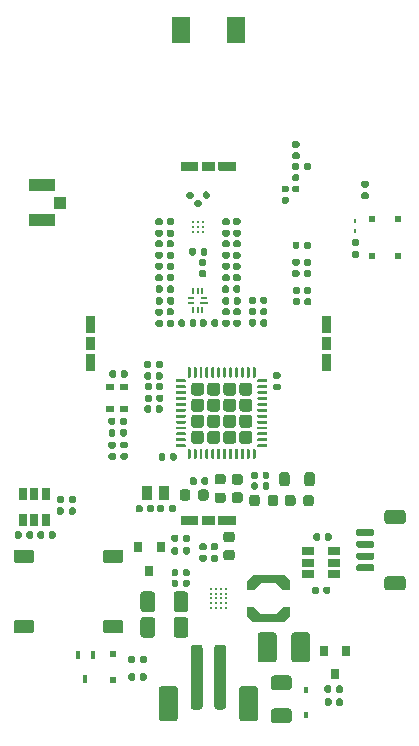
<source format=gtp>
G04 #@! TF.GenerationSoftware,KiCad,Pcbnew,(5.1.7)-1*
G04 #@! TF.CreationDate,2020-11-04T19:15:34+01:00*
G04 #@! TF.ProjectId,generic_node,67656e65-7269-4635-9f6e-6f64652e6b69,2.0.2*
G04 #@! TF.SameCoordinates,PX510ff40PY6422c40*
G04 #@! TF.FileFunction,Paste,Top*
G04 #@! TF.FilePolarity,Positive*
%FSLAX46Y46*%
G04 Gerber Fmt 4.6, Leading zero omitted, Abs format (unit mm)*
G04 Created by KiCad (PCBNEW (5.1.7)-1) date 2020-11-04 19:15:34*
%MOMM*%
%LPD*%
G01*
G04 APERTURE LIST*
%ADD10R,1.610000X2.260000*%
%ADD11R,0.563000X0.225000*%
%ADD12R,0.225000X0.563000*%
%ADD13R,0.663000X0.225000*%
%ADD14C,0.250000*%
%ADD15C,0.210000*%
%ADD16R,1.060000X0.650000*%
%ADD17R,0.800000X0.900000*%
%ADD18R,0.450000X0.700000*%
%ADD19R,0.650000X1.060000*%
%ADD20R,0.800000X0.600000*%
%ADD21R,0.500000X0.500000*%
%ADD22R,0.450000X0.600000*%
%ADD23R,0.250000X0.360000*%
%ADD24R,2.200000X1.050000*%
%ADD25R,1.050000X1.000000*%
%ADD26C,0.100000*%
%ADD27R,0.900000X1.150000*%
%ADD28R,0.550000X0.500000*%
G04 APERTURE END LIST*
D10*
X-2325000Y29000000D03*
X2325000Y29000000D03*
G36*
G01*
X-11788000Y-11869000D02*
X-11788000Y-11499000D01*
G75*
G02*
X-11653000Y-11364000I135000J0D01*
G01*
X-11383000Y-11364000D01*
G75*
G02*
X-11248000Y-11499000I0J-135000D01*
G01*
X-11248000Y-11869000D01*
G75*
G02*
X-11383000Y-12004000I-135000J0D01*
G01*
X-11653000Y-12004000D01*
G75*
G02*
X-11788000Y-11869000I0J135000D01*
G01*
G37*
G36*
G01*
X-12808000Y-11869000D02*
X-12808000Y-11499000D01*
G75*
G02*
X-12673000Y-11364000I135000J0D01*
G01*
X-12403000Y-11364000D01*
G75*
G02*
X-12268000Y-11499000I0J-135000D01*
G01*
X-12268000Y-11869000D01*
G75*
G02*
X-12403000Y-12004000I-135000J0D01*
G01*
X-12673000Y-12004000D01*
G75*
G02*
X-12808000Y-11869000I0J135000D01*
G01*
G37*
D11*
X-350500Y6337000D03*
D12*
X-519000Y6905500D03*
X-919000Y6905500D03*
X-1319000Y6905500D03*
D11*
X-1487500Y6337000D03*
X-1487500Y5937000D03*
D12*
X-1319000Y5368500D03*
X-919000Y5368500D03*
X-519000Y5368500D03*
D13*
X-400500Y5937000D03*
D14*
X-900000Y12350000D03*
X-900000Y11950000D03*
X-1300000Y11950000D03*
X-1300000Y12350000D03*
X-1300000Y12750000D03*
X-900000Y12750000D03*
X-500000Y12750000D03*
X-500000Y12350000D03*
X-500000Y11950000D03*
G36*
G01*
X4995000Y-6096000D02*
X4995000Y-6221000D01*
G75*
G02*
X4932500Y-6283500I-62500J0D01*
G01*
X4207500Y-6283500D01*
G75*
G02*
X4145000Y-6221000I0J62500D01*
G01*
X4145000Y-6096000D01*
G75*
G02*
X4207500Y-6033500I62500J0D01*
G01*
X4932500Y-6033500D01*
G75*
G02*
X4995000Y-6096000I0J-62500D01*
G01*
G37*
G36*
G01*
X4995000Y-5596000D02*
X4995000Y-5721000D01*
G75*
G02*
X4932500Y-5783500I-62500J0D01*
G01*
X4207500Y-5783500D01*
G75*
G02*
X4145000Y-5721000I0J62500D01*
G01*
X4145000Y-5596000D01*
G75*
G02*
X4207500Y-5533500I62500J0D01*
G01*
X4932500Y-5533500D01*
G75*
G02*
X4995000Y-5596000I0J-62500D01*
G01*
G37*
G36*
G01*
X4995000Y-5096000D02*
X4995000Y-5221000D01*
G75*
G02*
X4932500Y-5283500I-62500J0D01*
G01*
X4207500Y-5283500D01*
G75*
G02*
X4145000Y-5221000I0J62500D01*
G01*
X4145000Y-5096000D01*
G75*
G02*
X4207500Y-5033500I62500J0D01*
G01*
X4932500Y-5033500D01*
G75*
G02*
X4995000Y-5096000I0J-62500D01*
G01*
G37*
G36*
G01*
X4995000Y-4596000D02*
X4995000Y-4721000D01*
G75*
G02*
X4932500Y-4783500I-62500J0D01*
G01*
X4207500Y-4783500D01*
G75*
G02*
X4145000Y-4721000I0J62500D01*
G01*
X4145000Y-4596000D01*
G75*
G02*
X4207500Y-4533500I62500J0D01*
G01*
X4932500Y-4533500D01*
G75*
G02*
X4995000Y-4596000I0J-62500D01*
G01*
G37*
G36*
G01*
X4995000Y-4096000D02*
X4995000Y-4221000D01*
G75*
G02*
X4932500Y-4283500I-62500J0D01*
G01*
X4207500Y-4283500D01*
G75*
G02*
X4145000Y-4221000I0J62500D01*
G01*
X4145000Y-4096000D01*
G75*
G02*
X4207500Y-4033500I62500J0D01*
G01*
X4932500Y-4033500D01*
G75*
G02*
X4995000Y-4096000I0J-62500D01*
G01*
G37*
G36*
G01*
X4995000Y-3596000D02*
X4995000Y-3721000D01*
G75*
G02*
X4932500Y-3783500I-62500J0D01*
G01*
X4207500Y-3783500D01*
G75*
G02*
X4145000Y-3721000I0J62500D01*
G01*
X4145000Y-3596000D01*
G75*
G02*
X4207500Y-3533500I62500J0D01*
G01*
X4932500Y-3533500D01*
G75*
G02*
X4995000Y-3596000I0J-62500D01*
G01*
G37*
G36*
G01*
X4995000Y-3096000D02*
X4995000Y-3221000D01*
G75*
G02*
X4932500Y-3283500I-62500J0D01*
G01*
X4207500Y-3283500D01*
G75*
G02*
X4145000Y-3221000I0J62500D01*
G01*
X4145000Y-3096000D01*
G75*
G02*
X4207500Y-3033500I62500J0D01*
G01*
X4932500Y-3033500D01*
G75*
G02*
X4995000Y-3096000I0J-62500D01*
G01*
G37*
G36*
G01*
X4995000Y-2596000D02*
X4995000Y-2721000D01*
G75*
G02*
X4932500Y-2783500I-62500J0D01*
G01*
X4207500Y-2783500D01*
G75*
G02*
X4145000Y-2721000I0J62500D01*
G01*
X4145000Y-2596000D01*
G75*
G02*
X4207500Y-2533500I62500J0D01*
G01*
X4932500Y-2533500D01*
G75*
G02*
X4995000Y-2596000I0J-62500D01*
G01*
G37*
G36*
G01*
X4995000Y-2096000D02*
X4995000Y-2221000D01*
G75*
G02*
X4932500Y-2283500I-62500J0D01*
G01*
X4207500Y-2283500D01*
G75*
G02*
X4145000Y-2221000I0J62500D01*
G01*
X4145000Y-2096000D01*
G75*
G02*
X4207500Y-2033500I62500J0D01*
G01*
X4932500Y-2033500D01*
G75*
G02*
X4995000Y-2096000I0J-62500D01*
G01*
G37*
G36*
G01*
X4995000Y-1596000D02*
X4995000Y-1721000D01*
G75*
G02*
X4932500Y-1783500I-62500J0D01*
G01*
X4207500Y-1783500D01*
G75*
G02*
X4145000Y-1721000I0J62500D01*
G01*
X4145000Y-1596000D01*
G75*
G02*
X4207500Y-1533500I62500J0D01*
G01*
X4932500Y-1533500D01*
G75*
G02*
X4995000Y-1596000I0J-62500D01*
G01*
G37*
G36*
G01*
X4995000Y-1096000D02*
X4995000Y-1221000D01*
G75*
G02*
X4932500Y-1283500I-62500J0D01*
G01*
X4207500Y-1283500D01*
G75*
G02*
X4145000Y-1221000I0J62500D01*
G01*
X4145000Y-1096000D01*
G75*
G02*
X4207500Y-1033500I62500J0D01*
G01*
X4932500Y-1033500D01*
G75*
G02*
X4995000Y-1096000I0J-62500D01*
G01*
G37*
G36*
G01*
X4995000Y-596000D02*
X4995000Y-721000D01*
G75*
G02*
X4932500Y-783500I-62500J0D01*
G01*
X4207500Y-783500D01*
G75*
G02*
X4145000Y-721000I0J62500D01*
G01*
X4145000Y-596000D01*
G75*
G02*
X4207500Y-533500I62500J0D01*
G01*
X4932500Y-533500D01*
G75*
G02*
X4995000Y-596000I0J-62500D01*
G01*
G37*
G36*
G01*
X3995000Y404000D02*
X3995000Y-321000D01*
G75*
G02*
X3932500Y-383500I-62500J0D01*
G01*
X3807500Y-383500D01*
G75*
G02*
X3745000Y-321000I0J62500D01*
G01*
X3745000Y404000D01*
G75*
G02*
X3807500Y466500I62500J0D01*
G01*
X3932500Y466500D01*
G75*
G02*
X3995000Y404000I0J-62500D01*
G01*
G37*
G36*
G01*
X3495000Y404000D02*
X3495000Y-321000D01*
G75*
G02*
X3432500Y-383500I-62500J0D01*
G01*
X3307500Y-383500D01*
G75*
G02*
X3245000Y-321000I0J62500D01*
G01*
X3245000Y404000D01*
G75*
G02*
X3307500Y466500I62500J0D01*
G01*
X3432500Y466500D01*
G75*
G02*
X3495000Y404000I0J-62500D01*
G01*
G37*
G36*
G01*
X2995000Y404000D02*
X2995000Y-321000D01*
G75*
G02*
X2932500Y-383500I-62500J0D01*
G01*
X2807500Y-383500D01*
G75*
G02*
X2745000Y-321000I0J62500D01*
G01*
X2745000Y404000D01*
G75*
G02*
X2807500Y466500I62500J0D01*
G01*
X2932500Y466500D01*
G75*
G02*
X2995000Y404000I0J-62500D01*
G01*
G37*
G36*
G01*
X2495000Y404000D02*
X2495000Y-321000D01*
G75*
G02*
X2432500Y-383500I-62500J0D01*
G01*
X2307500Y-383500D01*
G75*
G02*
X2245000Y-321000I0J62500D01*
G01*
X2245000Y404000D01*
G75*
G02*
X2307500Y466500I62500J0D01*
G01*
X2432500Y466500D01*
G75*
G02*
X2495000Y404000I0J-62500D01*
G01*
G37*
G36*
G01*
X1995000Y404000D02*
X1995000Y-321000D01*
G75*
G02*
X1932500Y-383500I-62500J0D01*
G01*
X1807500Y-383500D01*
G75*
G02*
X1745000Y-321000I0J62500D01*
G01*
X1745000Y404000D01*
G75*
G02*
X1807500Y466500I62500J0D01*
G01*
X1932500Y466500D01*
G75*
G02*
X1995000Y404000I0J-62500D01*
G01*
G37*
G36*
G01*
X1495000Y404000D02*
X1495000Y-321000D01*
G75*
G02*
X1432500Y-383500I-62500J0D01*
G01*
X1307500Y-383500D01*
G75*
G02*
X1245000Y-321000I0J62500D01*
G01*
X1245000Y404000D01*
G75*
G02*
X1307500Y466500I62500J0D01*
G01*
X1432500Y466500D01*
G75*
G02*
X1495000Y404000I0J-62500D01*
G01*
G37*
G36*
G01*
X995000Y404000D02*
X995000Y-321000D01*
G75*
G02*
X932500Y-383500I-62500J0D01*
G01*
X807500Y-383500D01*
G75*
G02*
X745000Y-321000I0J62500D01*
G01*
X745000Y404000D01*
G75*
G02*
X807500Y466500I62500J0D01*
G01*
X932500Y466500D01*
G75*
G02*
X995000Y404000I0J-62500D01*
G01*
G37*
G36*
G01*
X495000Y404000D02*
X495000Y-321000D01*
G75*
G02*
X432500Y-383500I-62500J0D01*
G01*
X307500Y-383500D01*
G75*
G02*
X245000Y-321000I0J62500D01*
G01*
X245000Y404000D01*
G75*
G02*
X307500Y466500I62500J0D01*
G01*
X432500Y466500D01*
G75*
G02*
X495000Y404000I0J-62500D01*
G01*
G37*
G36*
G01*
X-5000Y404000D02*
X-5000Y-321000D01*
G75*
G02*
X-67500Y-383500I-62500J0D01*
G01*
X-192500Y-383500D01*
G75*
G02*
X-255000Y-321000I0J62500D01*
G01*
X-255000Y404000D01*
G75*
G02*
X-192500Y466500I62500J0D01*
G01*
X-67500Y466500D01*
G75*
G02*
X-5000Y404000I0J-62500D01*
G01*
G37*
G36*
G01*
X-505000Y404000D02*
X-505000Y-321000D01*
G75*
G02*
X-567500Y-383500I-62500J0D01*
G01*
X-692500Y-383500D01*
G75*
G02*
X-755000Y-321000I0J62500D01*
G01*
X-755000Y404000D01*
G75*
G02*
X-692500Y466500I62500J0D01*
G01*
X-567500Y466500D01*
G75*
G02*
X-505000Y404000I0J-62500D01*
G01*
G37*
G36*
G01*
X-1005000Y404000D02*
X-1005000Y-321000D01*
G75*
G02*
X-1067500Y-383500I-62500J0D01*
G01*
X-1192500Y-383500D01*
G75*
G02*
X-1255000Y-321000I0J62500D01*
G01*
X-1255000Y404000D01*
G75*
G02*
X-1192500Y466500I62500J0D01*
G01*
X-1067500Y466500D01*
G75*
G02*
X-1005000Y404000I0J-62500D01*
G01*
G37*
G36*
G01*
X-1505000Y404000D02*
X-1505000Y-321000D01*
G75*
G02*
X-1567500Y-383500I-62500J0D01*
G01*
X-1692500Y-383500D01*
G75*
G02*
X-1755000Y-321000I0J62500D01*
G01*
X-1755000Y404000D01*
G75*
G02*
X-1692500Y466500I62500J0D01*
G01*
X-1567500Y466500D01*
G75*
G02*
X-1505000Y404000I0J-62500D01*
G01*
G37*
G36*
G01*
X-1905000Y-596000D02*
X-1905000Y-721000D01*
G75*
G02*
X-1967500Y-783500I-62500J0D01*
G01*
X-2692500Y-783500D01*
G75*
G02*
X-2755000Y-721000I0J62500D01*
G01*
X-2755000Y-596000D01*
G75*
G02*
X-2692500Y-533500I62500J0D01*
G01*
X-1967500Y-533500D01*
G75*
G02*
X-1905000Y-596000I0J-62500D01*
G01*
G37*
G36*
G01*
X-1905000Y-1096000D02*
X-1905000Y-1221000D01*
G75*
G02*
X-1967500Y-1283500I-62500J0D01*
G01*
X-2692500Y-1283500D01*
G75*
G02*
X-2755000Y-1221000I0J62500D01*
G01*
X-2755000Y-1096000D01*
G75*
G02*
X-2692500Y-1033500I62500J0D01*
G01*
X-1967500Y-1033500D01*
G75*
G02*
X-1905000Y-1096000I0J-62500D01*
G01*
G37*
G36*
G01*
X-1905000Y-1596000D02*
X-1905000Y-1721000D01*
G75*
G02*
X-1967500Y-1783500I-62500J0D01*
G01*
X-2692500Y-1783500D01*
G75*
G02*
X-2755000Y-1721000I0J62500D01*
G01*
X-2755000Y-1596000D01*
G75*
G02*
X-2692500Y-1533500I62500J0D01*
G01*
X-1967500Y-1533500D01*
G75*
G02*
X-1905000Y-1596000I0J-62500D01*
G01*
G37*
G36*
G01*
X-1905000Y-2096000D02*
X-1905000Y-2221000D01*
G75*
G02*
X-1967500Y-2283500I-62500J0D01*
G01*
X-2692500Y-2283500D01*
G75*
G02*
X-2755000Y-2221000I0J62500D01*
G01*
X-2755000Y-2096000D01*
G75*
G02*
X-2692500Y-2033500I62500J0D01*
G01*
X-1967500Y-2033500D01*
G75*
G02*
X-1905000Y-2096000I0J-62500D01*
G01*
G37*
G36*
G01*
X-1905000Y-2596000D02*
X-1905000Y-2721000D01*
G75*
G02*
X-1967500Y-2783500I-62500J0D01*
G01*
X-2692500Y-2783500D01*
G75*
G02*
X-2755000Y-2721000I0J62500D01*
G01*
X-2755000Y-2596000D01*
G75*
G02*
X-2692500Y-2533500I62500J0D01*
G01*
X-1967500Y-2533500D01*
G75*
G02*
X-1905000Y-2596000I0J-62500D01*
G01*
G37*
G36*
G01*
X-1905000Y-3096000D02*
X-1905000Y-3221000D01*
G75*
G02*
X-1967500Y-3283500I-62500J0D01*
G01*
X-2692500Y-3283500D01*
G75*
G02*
X-2755000Y-3221000I0J62500D01*
G01*
X-2755000Y-3096000D01*
G75*
G02*
X-2692500Y-3033500I62500J0D01*
G01*
X-1967500Y-3033500D01*
G75*
G02*
X-1905000Y-3096000I0J-62500D01*
G01*
G37*
G36*
G01*
X-1905000Y-3596000D02*
X-1905000Y-3721000D01*
G75*
G02*
X-1967500Y-3783500I-62500J0D01*
G01*
X-2692500Y-3783500D01*
G75*
G02*
X-2755000Y-3721000I0J62500D01*
G01*
X-2755000Y-3596000D01*
G75*
G02*
X-2692500Y-3533500I62500J0D01*
G01*
X-1967500Y-3533500D01*
G75*
G02*
X-1905000Y-3596000I0J-62500D01*
G01*
G37*
G36*
G01*
X-1905000Y-4096000D02*
X-1905000Y-4221000D01*
G75*
G02*
X-1967500Y-4283500I-62500J0D01*
G01*
X-2692500Y-4283500D01*
G75*
G02*
X-2755000Y-4221000I0J62500D01*
G01*
X-2755000Y-4096000D01*
G75*
G02*
X-2692500Y-4033500I62500J0D01*
G01*
X-1967500Y-4033500D01*
G75*
G02*
X-1905000Y-4096000I0J-62500D01*
G01*
G37*
G36*
G01*
X-1905000Y-4596000D02*
X-1905000Y-4721000D01*
G75*
G02*
X-1967500Y-4783500I-62500J0D01*
G01*
X-2692500Y-4783500D01*
G75*
G02*
X-2755000Y-4721000I0J62500D01*
G01*
X-2755000Y-4596000D01*
G75*
G02*
X-2692500Y-4533500I62500J0D01*
G01*
X-1967500Y-4533500D01*
G75*
G02*
X-1905000Y-4596000I0J-62500D01*
G01*
G37*
G36*
G01*
X-1905000Y-5096000D02*
X-1905000Y-5221000D01*
G75*
G02*
X-1967500Y-5283500I-62500J0D01*
G01*
X-2692500Y-5283500D01*
G75*
G02*
X-2755000Y-5221000I0J62500D01*
G01*
X-2755000Y-5096000D01*
G75*
G02*
X-2692500Y-5033500I62500J0D01*
G01*
X-1967500Y-5033500D01*
G75*
G02*
X-1905000Y-5096000I0J-62500D01*
G01*
G37*
G36*
G01*
X-1905000Y-5596000D02*
X-1905000Y-5721000D01*
G75*
G02*
X-1967500Y-5783500I-62500J0D01*
G01*
X-2692500Y-5783500D01*
G75*
G02*
X-2755000Y-5721000I0J62500D01*
G01*
X-2755000Y-5596000D01*
G75*
G02*
X-2692500Y-5533500I62500J0D01*
G01*
X-1967500Y-5533500D01*
G75*
G02*
X-1905000Y-5596000I0J-62500D01*
G01*
G37*
G36*
G01*
X-1905000Y-6096000D02*
X-1905000Y-6221000D01*
G75*
G02*
X-1967500Y-6283500I-62500J0D01*
G01*
X-2692500Y-6283500D01*
G75*
G02*
X-2755000Y-6221000I0J62500D01*
G01*
X-2755000Y-6096000D01*
G75*
G02*
X-2692500Y-6033500I62500J0D01*
G01*
X-1967500Y-6033500D01*
G75*
G02*
X-1905000Y-6096000I0J-62500D01*
G01*
G37*
G36*
G01*
X-1505000Y-6496000D02*
X-1505000Y-7221000D01*
G75*
G02*
X-1567500Y-7283500I-62500J0D01*
G01*
X-1692500Y-7283500D01*
G75*
G02*
X-1755000Y-7221000I0J62500D01*
G01*
X-1755000Y-6496000D01*
G75*
G02*
X-1692500Y-6433500I62500J0D01*
G01*
X-1567500Y-6433500D01*
G75*
G02*
X-1505000Y-6496000I0J-62500D01*
G01*
G37*
G36*
G01*
X-1005000Y-6496000D02*
X-1005000Y-7221000D01*
G75*
G02*
X-1067500Y-7283500I-62500J0D01*
G01*
X-1192500Y-7283500D01*
G75*
G02*
X-1255000Y-7221000I0J62500D01*
G01*
X-1255000Y-6496000D01*
G75*
G02*
X-1192500Y-6433500I62500J0D01*
G01*
X-1067500Y-6433500D01*
G75*
G02*
X-1005000Y-6496000I0J-62500D01*
G01*
G37*
G36*
G01*
X-505000Y-6496000D02*
X-505000Y-7221000D01*
G75*
G02*
X-567500Y-7283500I-62500J0D01*
G01*
X-692500Y-7283500D01*
G75*
G02*
X-755000Y-7221000I0J62500D01*
G01*
X-755000Y-6496000D01*
G75*
G02*
X-692500Y-6433500I62500J0D01*
G01*
X-567500Y-6433500D01*
G75*
G02*
X-505000Y-6496000I0J-62500D01*
G01*
G37*
G36*
G01*
X-5000Y-6496000D02*
X-5000Y-7221000D01*
G75*
G02*
X-67500Y-7283500I-62500J0D01*
G01*
X-192500Y-7283500D01*
G75*
G02*
X-255000Y-7221000I0J62500D01*
G01*
X-255000Y-6496000D01*
G75*
G02*
X-192500Y-6433500I62500J0D01*
G01*
X-67500Y-6433500D01*
G75*
G02*
X-5000Y-6496000I0J-62500D01*
G01*
G37*
G36*
G01*
X495000Y-6496000D02*
X495000Y-7221000D01*
G75*
G02*
X432500Y-7283500I-62500J0D01*
G01*
X307500Y-7283500D01*
G75*
G02*
X245000Y-7221000I0J62500D01*
G01*
X245000Y-6496000D01*
G75*
G02*
X307500Y-6433500I62500J0D01*
G01*
X432500Y-6433500D01*
G75*
G02*
X495000Y-6496000I0J-62500D01*
G01*
G37*
G36*
G01*
X995000Y-6496000D02*
X995000Y-7221000D01*
G75*
G02*
X932500Y-7283500I-62500J0D01*
G01*
X807500Y-7283500D01*
G75*
G02*
X745000Y-7221000I0J62500D01*
G01*
X745000Y-6496000D01*
G75*
G02*
X807500Y-6433500I62500J0D01*
G01*
X932500Y-6433500D01*
G75*
G02*
X995000Y-6496000I0J-62500D01*
G01*
G37*
G36*
G01*
X1495000Y-6496000D02*
X1495000Y-7221000D01*
G75*
G02*
X1432500Y-7283500I-62500J0D01*
G01*
X1307500Y-7283500D01*
G75*
G02*
X1245000Y-7221000I0J62500D01*
G01*
X1245000Y-6496000D01*
G75*
G02*
X1307500Y-6433500I62500J0D01*
G01*
X1432500Y-6433500D01*
G75*
G02*
X1495000Y-6496000I0J-62500D01*
G01*
G37*
G36*
G01*
X1995000Y-6496000D02*
X1995000Y-7221000D01*
G75*
G02*
X1932500Y-7283500I-62500J0D01*
G01*
X1807500Y-7283500D01*
G75*
G02*
X1745000Y-7221000I0J62500D01*
G01*
X1745000Y-6496000D01*
G75*
G02*
X1807500Y-6433500I62500J0D01*
G01*
X1932500Y-6433500D01*
G75*
G02*
X1995000Y-6496000I0J-62500D01*
G01*
G37*
G36*
G01*
X2495000Y-6496000D02*
X2495000Y-7221000D01*
G75*
G02*
X2432500Y-7283500I-62500J0D01*
G01*
X2307500Y-7283500D01*
G75*
G02*
X2245000Y-7221000I0J62500D01*
G01*
X2245000Y-6496000D01*
G75*
G02*
X2307500Y-6433500I62500J0D01*
G01*
X2432500Y-6433500D01*
G75*
G02*
X2495000Y-6496000I0J-62500D01*
G01*
G37*
G36*
G01*
X2995000Y-6496000D02*
X2995000Y-7221000D01*
G75*
G02*
X2932500Y-7283500I-62500J0D01*
G01*
X2807500Y-7283500D01*
G75*
G02*
X2745000Y-7221000I0J62500D01*
G01*
X2745000Y-6496000D01*
G75*
G02*
X2807500Y-6433500I62500J0D01*
G01*
X2932500Y-6433500D01*
G75*
G02*
X2995000Y-6496000I0J-62500D01*
G01*
G37*
G36*
G01*
X3495000Y-6496000D02*
X3495000Y-7221000D01*
G75*
G02*
X3432500Y-7283500I-62500J0D01*
G01*
X3307500Y-7283500D01*
G75*
G02*
X3245000Y-7221000I0J62500D01*
G01*
X3245000Y-6496000D01*
G75*
G02*
X3307500Y-6433500I62500J0D01*
G01*
X3432500Y-6433500D01*
G75*
G02*
X3495000Y-6496000I0J-62500D01*
G01*
G37*
G36*
G01*
X3995000Y-6496000D02*
X3995000Y-7221000D01*
G75*
G02*
X3932500Y-7283500I-62500J0D01*
G01*
X3807500Y-7283500D01*
G75*
G02*
X3745000Y-7221000I0J62500D01*
G01*
X3745000Y-6496000D01*
G75*
G02*
X3807500Y-6433500I62500J0D01*
G01*
X3932500Y-6433500D01*
G75*
G02*
X3995000Y-6496000I0J-62500D01*
G01*
G37*
G36*
G01*
X3710000Y-5148500D02*
X3710000Y-5748500D01*
G75*
G02*
X3460000Y-5998500I-250000J0D01*
G01*
X2860000Y-5998500D01*
G75*
G02*
X2610000Y-5748500I0J250000D01*
G01*
X2610000Y-5148500D01*
G75*
G02*
X2860000Y-4898500I250000J0D01*
G01*
X3460000Y-4898500D01*
G75*
G02*
X3710000Y-5148500I0J-250000D01*
G01*
G37*
G36*
G01*
X3710000Y-3788500D02*
X3710000Y-4388500D01*
G75*
G02*
X3460000Y-4638500I-250000J0D01*
G01*
X2860000Y-4638500D01*
G75*
G02*
X2610000Y-4388500I0J250000D01*
G01*
X2610000Y-3788500D01*
G75*
G02*
X2860000Y-3538500I250000J0D01*
G01*
X3460000Y-3538500D01*
G75*
G02*
X3710000Y-3788500I0J-250000D01*
G01*
G37*
G36*
G01*
X3710000Y-2428500D02*
X3710000Y-3028500D01*
G75*
G02*
X3460000Y-3278500I-250000J0D01*
G01*
X2860000Y-3278500D01*
G75*
G02*
X2610000Y-3028500I0J250000D01*
G01*
X2610000Y-2428500D01*
G75*
G02*
X2860000Y-2178500I250000J0D01*
G01*
X3460000Y-2178500D01*
G75*
G02*
X3710000Y-2428500I0J-250000D01*
G01*
G37*
G36*
G01*
X3710000Y-1068500D02*
X3710000Y-1668500D01*
G75*
G02*
X3460000Y-1918500I-250000J0D01*
G01*
X2860000Y-1918500D01*
G75*
G02*
X2610000Y-1668500I0J250000D01*
G01*
X2610000Y-1068500D01*
G75*
G02*
X2860000Y-818500I250000J0D01*
G01*
X3460000Y-818500D01*
G75*
G02*
X3710000Y-1068500I0J-250000D01*
G01*
G37*
G36*
G01*
X2350000Y-5148500D02*
X2350000Y-5748500D01*
G75*
G02*
X2100000Y-5998500I-250000J0D01*
G01*
X1500000Y-5998500D01*
G75*
G02*
X1250000Y-5748500I0J250000D01*
G01*
X1250000Y-5148500D01*
G75*
G02*
X1500000Y-4898500I250000J0D01*
G01*
X2100000Y-4898500D01*
G75*
G02*
X2350000Y-5148500I0J-250000D01*
G01*
G37*
G36*
G01*
X2350000Y-3788500D02*
X2350000Y-4388500D01*
G75*
G02*
X2100000Y-4638500I-250000J0D01*
G01*
X1500000Y-4638500D01*
G75*
G02*
X1250000Y-4388500I0J250000D01*
G01*
X1250000Y-3788500D01*
G75*
G02*
X1500000Y-3538500I250000J0D01*
G01*
X2100000Y-3538500D01*
G75*
G02*
X2350000Y-3788500I0J-250000D01*
G01*
G37*
G36*
G01*
X2350000Y-2428500D02*
X2350000Y-3028500D01*
G75*
G02*
X2100000Y-3278500I-250000J0D01*
G01*
X1500000Y-3278500D01*
G75*
G02*
X1250000Y-3028500I0J250000D01*
G01*
X1250000Y-2428500D01*
G75*
G02*
X1500000Y-2178500I250000J0D01*
G01*
X2100000Y-2178500D01*
G75*
G02*
X2350000Y-2428500I0J-250000D01*
G01*
G37*
G36*
G01*
X2350000Y-1068500D02*
X2350000Y-1668500D01*
G75*
G02*
X2100000Y-1918500I-250000J0D01*
G01*
X1500000Y-1918500D01*
G75*
G02*
X1250000Y-1668500I0J250000D01*
G01*
X1250000Y-1068500D01*
G75*
G02*
X1500000Y-818500I250000J0D01*
G01*
X2100000Y-818500D01*
G75*
G02*
X2350000Y-1068500I0J-250000D01*
G01*
G37*
G36*
G01*
X990000Y-5148500D02*
X990000Y-5748500D01*
G75*
G02*
X740000Y-5998500I-250000J0D01*
G01*
X140000Y-5998500D01*
G75*
G02*
X-110000Y-5748500I0J250000D01*
G01*
X-110000Y-5148500D01*
G75*
G02*
X140000Y-4898500I250000J0D01*
G01*
X740000Y-4898500D01*
G75*
G02*
X990000Y-5148500I0J-250000D01*
G01*
G37*
G36*
G01*
X990000Y-3788500D02*
X990000Y-4388500D01*
G75*
G02*
X740000Y-4638500I-250000J0D01*
G01*
X140000Y-4638500D01*
G75*
G02*
X-110000Y-4388500I0J250000D01*
G01*
X-110000Y-3788500D01*
G75*
G02*
X140000Y-3538500I250000J0D01*
G01*
X740000Y-3538500D01*
G75*
G02*
X990000Y-3788500I0J-250000D01*
G01*
G37*
G36*
G01*
X990000Y-2428500D02*
X990000Y-3028500D01*
G75*
G02*
X740000Y-3278500I-250000J0D01*
G01*
X140000Y-3278500D01*
G75*
G02*
X-110000Y-3028500I0J250000D01*
G01*
X-110000Y-2428500D01*
G75*
G02*
X140000Y-2178500I250000J0D01*
G01*
X740000Y-2178500D01*
G75*
G02*
X990000Y-2428500I0J-250000D01*
G01*
G37*
G36*
G01*
X990000Y-1068500D02*
X990000Y-1668500D01*
G75*
G02*
X740000Y-1918500I-250000J0D01*
G01*
X140000Y-1918500D01*
G75*
G02*
X-110000Y-1668500I0J250000D01*
G01*
X-110000Y-1068500D01*
G75*
G02*
X140000Y-818500I250000J0D01*
G01*
X740000Y-818500D01*
G75*
G02*
X990000Y-1068500I0J-250000D01*
G01*
G37*
G36*
G01*
X-370000Y-5148500D02*
X-370000Y-5748500D01*
G75*
G02*
X-620000Y-5998500I-250000J0D01*
G01*
X-1220000Y-5998500D01*
G75*
G02*
X-1470000Y-5748500I0J250000D01*
G01*
X-1470000Y-5148500D01*
G75*
G02*
X-1220000Y-4898500I250000J0D01*
G01*
X-620000Y-4898500D01*
G75*
G02*
X-370000Y-5148500I0J-250000D01*
G01*
G37*
G36*
G01*
X-370000Y-3788500D02*
X-370000Y-4388500D01*
G75*
G02*
X-620000Y-4638500I-250000J0D01*
G01*
X-1220000Y-4638500D01*
G75*
G02*
X-1470000Y-4388500I0J250000D01*
G01*
X-1470000Y-3788500D01*
G75*
G02*
X-1220000Y-3538500I250000J0D01*
G01*
X-620000Y-3538500D01*
G75*
G02*
X-370000Y-3788500I0J-250000D01*
G01*
G37*
G36*
G01*
X-370000Y-2428500D02*
X-370000Y-3028500D01*
G75*
G02*
X-620000Y-3278500I-250000J0D01*
G01*
X-1220000Y-3278500D01*
G75*
G02*
X-1470000Y-3028500I0J250000D01*
G01*
X-1470000Y-2428500D01*
G75*
G02*
X-1220000Y-2178500I250000J0D01*
G01*
X-620000Y-2178500D01*
G75*
G02*
X-370000Y-2428500I0J-250000D01*
G01*
G37*
G36*
G01*
X-370000Y-1068500D02*
X-370000Y-1668500D01*
G75*
G02*
X-620000Y-1918500I-250000J0D01*
G01*
X-1220000Y-1918500D01*
G75*
G02*
X-1470000Y-1668500I0J250000D01*
G01*
X-1470000Y-1068500D01*
G75*
G02*
X-1220000Y-818500I250000J0D01*
G01*
X-620000Y-818500D01*
G75*
G02*
X-370000Y-1068500I0J-250000D01*
G01*
G37*
D15*
X250000Y-18280000D03*
X650000Y-18280000D03*
X1050000Y-18280000D03*
X1450000Y-18280000D03*
X250000Y-18680000D03*
X650000Y-18680000D03*
X1050000Y-18680000D03*
X1450000Y-18680000D03*
X250000Y-19080000D03*
X650000Y-19080000D03*
X1050000Y-19080000D03*
X1450000Y-19080000D03*
X250000Y-19480000D03*
X650000Y-19480000D03*
X1050000Y-19480000D03*
X1450000Y-19480000D03*
X250000Y-19880000D03*
X650000Y-19880000D03*
X1050000Y-19880000D03*
X1450000Y-19880000D03*
D16*
X8400000Y-15100000D03*
X8400000Y-16050000D03*
X8400000Y-17000000D03*
X10600000Y-17000000D03*
X10600000Y-15100000D03*
X10600000Y-16050000D03*
D17*
X-4050000Y-14750000D03*
X-5950000Y-14750000D03*
X-5000000Y-16750000D03*
G36*
G01*
X13077500Y16280000D02*
X13422500Y16280000D01*
G75*
G02*
X13570000Y16132500I0J-147500D01*
G01*
X13570000Y15837500D01*
G75*
G02*
X13422500Y15690000I-147500J0D01*
G01*
X13077500Y15690000D01*
G75*
G02*
X12930000Y15837500I0J147500D01*
G01*
X12930000Y16132500D01*
G75*
G02*
X13077500Y16280000I147500J0D01*
G01*
G37*
G36*
G01*
X13077500Y15310000D02*
X13422500Y15310000D01*
G75*
G02*
X13570000Y15162500I0J-147500D01*
G01*
X13570000Y14867500D01*
G75*
G02*
X13422500Y14720000I-147500J0D01*
G01*
X13077500Y14720000D01*
G75*
G02*
X12930000Y14867500I0J147500D01*
G01*
X12930000Y15162500D01*
G75*
G02*
X13077500Y15310000I147500J0D01*
G01*
G37*
G36*
G01*
X-11238000Y-10520000D02*
X-11238000Y-10890000D01*
G75*
G02*
X-11373000Y-11025000I-135000J0D01*
G01*
X-11643000Y-11025000D01*
G75*
G02*
X-11778000Y-10890000I0J135000D01*
G01*
X-11778000Y-10520000D01*
G75*
G02*
X-11643000Y-10385000I135000J0D01*
G01*
X-11373000Y-10385000D01*
G75*
G02*
X-11238000Y-10520000I0J-135000D01*
G01*
G37*
G36*
G01*
X-12258000Y-10520000D02*
X-12258000Y-10890000D01*
G75*
G02*
X-12393000Y-11025000I-135000J0D01*
G01*
X-12663000Y-11025000D01*
G75*
G02*
X-12798000Y-10890000I0J135000D01*
G01*
X-12798000Y-10520000D01*
G75*
G02*
X-12663000Y-10385000I135000J0D01*
G01*
X-12393000Y-10385000D01*
G75*
G02*
X-12258000Y-10520000I0J-135000D01*
G01*
G37*
G36*
G01*
X3621200Y-8831200D02*
X3621200Y-8491200D01*
G75*
G02*
X3761200Y-8351200I140000J0D01*
G01*
X4041200Y-8351200D01*
G75*
G02*
X4181200Y-8491200I0J-140000D01*
G01*
X4181200Y-8831200D01*
G75*
G02*
X4041200Y-8971200I-140000J0D01*
G01*
X3761200Y-8971200D01*
G75*
G02*
X3621200Y-8831200I0J140000D01*
G01*
G37*
G36*
G01*
X4581200Y-8831200D02*
X4581200Y-8491200D01*
G75*
G02*
X4721200Y-8351200I140000J0D01*
G01*
X5001200Y-8351200D01*
G75*
G02*
X5141200Y-8491200I0J-140000D01*
G01*
X5141200Y-8831200D01*
G75*
G02*
X5001200Y-8971200I-140000J0D01*
G01*
X4721200Y-8971200D01*
G75*
G02*
X4581200Y-8831200I0J140000D01*
G01*
G37*
G36*
G01*
X3461000Y-11044800D02*
X3461000Y-10544800D01*
G75*
G02*
X3686000Y-10319800I225000J0D01*
G01*
X4136000Y-10319800D01*
G75*
G02*
X4361000Y-10544800I0J-225000D01*
G01*
X4361000Y-11044800D01*
G75*
G02*
X4136000Y-11269800I-225000J0D01*
G01*
X3686000Y-11269800D01*
G75*
G02*
X3461000Y-11044800I0J225000D01*
G01*
G37*
G36*
G01*
X5011000Y-11044800D02*
X5011000Y-10544800D01*
G75*
G02*
X5236000Y-10319800I225000J0D01*
G01*
X5686000Y-10319800D01*
G75*
G02*
X5911000Y-10544800I0J-225000D01*
G01*
X5911000Y-11044800D01*
G75*
G02*
X5686000Y-11269800I-225000J0D01*
G01*
X5236000Y-11269800D01*
G75*
G02*
X5011000Y-11044800I0J225000D01*
G01*
G37*
G36*
G01*
X-2690000Y-6930000D02*
X-2690000Y-7270000D01*
G75*
G02*
X-2830000Y-7410000I-140000J0D01*
G01*
X-3110000Y-7410000D01*
G75*
G02*
X-3250000Y-7270000I0J140000D01*
G01*
X-3250000Y-6930000D01*
G75*
G02*
X-3110000Y-6790000I140000J0D01*
G01*
X-2830000Y-6790000D01*
G75*
G02*
X-2690000Y-6930000I0J-140000D01*
G01*
G37*
G36*
G01*
X-3650000Y-6930000D02*
X-3650000Y-7270000D01*
G75*
G02*
X-3790000Y-7410000I-140000J0D01*
G01*
X-4070000Y-7410000D01*
G75*
G02*
X-4210000Y-7270000I0J140000D01*
G01*
X-4210000Y-6930000D01*
G75*
G02*
X-4070000Y-6790000I140000J0D01*
G01*
X-3790000Y-6790000D01*
G75*
G02*
X-3650000Y-6930000I0J-140000D01*
G01*
G37*
G36*
G01*
X18200Y-10087600D02*
X18200Y-10587600D01*
G75*
G02*
X-206800Y-10812600I-225000J0D01*
G01*
X-656800Y-10812600D01*
G75*
G02*
X-881800Y-10587600I0J225000D01*
G01*
X-881800Y-10087600D01*
G75*
G02*
X-656800Y-9862600I225000J0D01*
G01*
X-206800Y-9862600D01*
G75*
G02*
X18200Y-10087600I0J-225000D01*
G01*
G37*
G36*
G01*
X-1531800Y-10087600D02*
X-1531800Y-10587600D01*
G75*
G02*
X-1756800Y-10812600I-225000J0D01*
G01*
X-2206800Y-10812600D01*
G75*
G02*
X-2431800Y-10587600I0J225000D01*
G01*
X-2431800Y-10087600D01*
G75*
G02*
X-2206800Y-9862600I225000J0D01*
G01*
X-1756800Y-9862600D01*
G75*
G02*
X-1531800Y-10087600I0J-225000D01*
G01*
G37*
G36*
G01*
X3621200Y-9745600D02*
X3621200Y-9405600D01*
G75*
G02*
X3761200Y-9265600I140000J0D01*
G01*
X4041200Y-9265600D01*
G75*
G02*
X4181200Y-9405600I0J-140000D01*
G01*
X4181200Y-9745600D01*
G75*
G02*
X4041200Y-9885600I-140000J0D01*
G01*
X3761200Y-9885600D01*
G75*
G02*
X3621200Y-9745600I0J140000D01*
G01*
G37*
G36*
G01*
X4581200Y-9745600D02*
X4581200Y-9405600D01*
G75*
G02*
X4721200Y-9265600I140000J0D01*
G01*
X5001200Y-9265600D01*
G75*
G02*
X5141200Y-9405600I0J-140000D01*
G01*
X5141200Y-9745600D01*
G75*
G02*
X5001200Y-9885600I-140000J0D01*
G01*
X4721200Y-9885600D01*
G75*
G02*
X4581200Y-9745600I0J140000D01*
G01*
G37*
G36*
G01*
X1500000Y-13425000D02*
X2000000Y-13425000D01*
G75*
G02*
X2225000Y-13650000I0J-225000D01*
G01*
X2225000Y-14100000D01*
G75*
G02*
X2000000Y-14325000I-225000J0D01*
G01*
X1500000Y-14325000D01*
G75*
G02*
X1275000Y-14100000I0J225000D01*
G01*
X1275000Y-13650000D01*
G75*
G02*
X1500000Y-13425000I225000J0D01*
G01*
G37*
G36*
G01*
X1500000Y-14975000D02*
X2000000Y-14975000D01*
G75*
G02*
X2225000Y-15200000I0J-225000D01*
G01*
X2225000Y-15650000D01*
G75*
G02*
X2000000Y-15875000I-225000J0D01*
G01*
X1500000Y-15875000D01*
G75*
G02*
X1275000Y-15650000I0J225000D01*
G01*
X1275000Y-15200000D01*
G75*
G02*
X1500000Y-14975000I225000J0D01*
G01*
G37*
G36*
G01*
X-1600000Y-16730000D02*
X-1600000Y-17070000D01*
G75*
G02*
X-1740000Y-17210000I-140000J0D01*
G01*
X-2020000Y-17210000D01*
G75*
G02*
X-2160000Y-17070000I0J140000D01*
G01*
X-2160000Y-16730000D01*
G75*
G02*
X-2020000Y-16590000I140000J0D01*
G01*
X-1740000Y-16590000D01*
G75*
G02*
X-1600000Y-16730000I0J-140000D01*
G01*
G37*
G36*
G01*
X-2560000Y-16730000D02*
X-2560000Y-17070000D01*
G75*
G02*
X-2700000Y-17210000I-140000J0D01*
G01*
X-2980000Y-17210000D01*
G75*
G02*
X-3120000Y-17070000I0J140000D01*
G01*
X-3120000Y-16730000D01*
G75*
G02*
X-2980000Y-16590000I140000J0D01*
G01*
X-2700000Y-16590000D01*
G75*
G02*
X-2560000Y-16730000I0J-140000D01*
G01*
G37*
G36*
G01*
X-16401000Y-13888500D02*
X-16401000Y-13543500D01*
G75*
G02*
X-16253500Y-13396000I147500J0D01*
G01*
X-15958500Y-13396000D01*
G75*
G02*
X-15811000Y-13543500I0J-147500D01*
G01*
X-15811000Y-13888500D01*
G75*
G02*
X-15958500Y-14036000I-147500J0D01*
G01*
X-16253500Y-14036000D01*
G75*
G02*
X-16401000Y-13888500I0J147500D01*
G01*
G37*
G36*
G01*
X-15431000Y-13888500D02*
X-15431000Y-13543500D01*
G75*
G02*
X-15283500Y-13396000I147500J0D01*
G01*
X-14988500Y-13396000D01*
G75*
G02*
X-14841000Y-13543500I0J-147500D01*
G01*
X-14841000Y-13888500D01*
G75*
G02*
X-14988500Y-14036000I-147500J0D01*
G01*
X-15283500Y-14036000D01*
G75*
G02*
X-15431000Y-13888500I0J147500D01*
G01*
G37*
G36*
G01*
X9855000Y-14072500D02*
X9855000Y-13727500D01*
G75*
G02*
X10002500Y-13580000I147500J0D01*
G01*
X10297500Y-13580000D01*
G75*
G02*
X10445000Y-13727500I0J-147500D01*
G01*
X10445000Y-14072500D01*
G75*
G02*
X10297500Y-14220000I-147500J0D01*
G01*
X10002500Y-14220000D01*
G75*
G02*
X9855000Y-14072500I0J147500D01*
G01*
G37*
G36*
G01*
X8885000Y-14072500D02*
X8885000Y-13727500D01*
G75*
G02*
X9032500Y-13580000I147500J0D01*
G01*
X9327500Y-13580000D01*
G75*
G02*
X9475000Y-13727500I0J-147500D01*
G01*
X9475000Y-14072500D01*
G75*
G02*
X9327500Y-14220000I-147500J0D01*
G01*
X9032500Y-14220000D01*
G75*
G02*
X8885000Y-14072500I0J147500D01*
G01*
G37*
G36*
G01*
X-1570000Y-13827500D02*
X-1570000Y-14172500D01*
G75*
G02*
X-1717500Y-14320000I-147500J0D01*
G01*
X-2012500Y-14320000D01*
G75*
G02*
X-2160000Y-14172500I0J147500D01*
G01*
X-2160000Y-13827500D01*
G75*
G02*
X-2012500Y-13680000I147500J0D01*
G01*
X-1717500Y-13680000D01*
G75*
G02*
X-1570000Y-13827500I0J-147500D01*
G01*
G37*
G36*
G01*
X-2540000Y-13827500D02*
X-2540000Y-14172500D01*
G75*
G02*
X-2687500Y-14320000I-147500J0D01*
G01*
X-2982500Y-14320000D01*
G75*
G02*
X-3130000Y-14172500I0J147500D01*
G01*
X-3130000Y-13827500D01*
G75*
G02*
X-2982500Y-13680000I147500J0D01*
G01*
X-2687500Y-13680000D01*
G75*
G02*
X-2540000Y-13827500I0J-147500D01*
G01*
G37*
G36*
G01*
X672500Y-15010000D02*
X327500Y-15010000D01*
G75*
G02*
X180000Y-14862500I0J147500D01*
G01*
X180000Y-14567500D01*
G75*
G02*
X327500Y-14420000I147500J0D01*
G01*
X672500Y-14420000D01*
G75*
G02*
X820000Y-14567500I0J-147500D01*
G01*
X820000Y-14862500D01*
G75*
G02*
X672500Y-15010000I-147500J0D01*
G01*
G37*
G36*
G01*
X672500Y-15980000D02*
X327500Y-15980000D01*
G75*
G02*
X180000Y-15832500I0J147500D01*
G01*
X180000Y-15537500D01*
G75*
G02*
X327500Y-15390000I147500J0D01*
G01*
X672500Y-15390000D01*
G75*
G02*
X820000Y-15537500I0J-147500D01*
G01*
X820000Y-15832500D01*
G75*
G02*
X672500Y-15980000I-147500J0D01*
G01*
G37*
G36*
G01*
X-622500Y-15390000D02*
X-277500Y-15390000D01*
G75*
G02*
X-130000Y-15537500I0J-147500D01*
G01*
X-130000Y-15832500D01*
G75*
G02*
X-277500Y-15980000I-147500J0D01*
G01*
X-622500Y-15980000D01*
G75*
G02*
X-770000Y-15832500I0J147500D01*
G01*
X-770000Y-15537500D01*
G75*
G02*
X-622500Y-15390000I147500J0D01*
G01*
G37*
G36*
G01*
X-622500Y-14420000D02*
X-277500Y-14420000D01*
G75*
G02*
X-130000Y-14567500I0J-147500D01*
G01*
X-130000Y-14862500D01*
G75*
G02*
X-277500Y-15010000I-147500J0D01*
G01*
X-622500Y-15010000D01*
G75*
G02*
X-770000Y-14862500I0J147500D01*
G01*
X-770000Y-14567500D01*
G75*
G02*
X-622500Y-14420000I147500J0D01*
G01*
G37*
G36*
G01*
X-5000Y-8977500D02*
X-5000Y-9322500D01*
G75*
G02*
X-152500Y-9470000I-147500J0D01*
G01*
X-447500Y-9470000D01*
G75*
G02*
X-595000Y-9322500I0J147500D01*
G01*
X-595000Y-8977500D01*
G75*
G02*
X-447500Y-8830000I147500J0D01*
G01*
X-152500Y-8830000D01*
G75*
G02*
X-5000Y-8977500I0J-147500D01*
G01*
G37*
G36*
G01*
X-975000Y-8977500D02*
X-975000Y-9322500D01*
G75*
G02*
X-1122500Y-9470000I-147500J0D01*
G01*
X-1417500Y-9470000D01*
G75*
G02*
X-1565000Y-9322500I0J147500D01*
G01*
X-1565000Y-8977500D01*
G75*
G02*
X-1417500Y-8830000I147500J0D01*
G01*
X-1122500Y-8830000D01*
G75*
G02*
X-975000Y-8977500I0J-147500D01*
G01*
G37*
G36*
G01*
X-4904000Y-1447500D02*
X-5249000Y-1447500D01*
G75*
G02*
X-5396500Y-1300000I0J147500D01*
G01*
X-5396500Y-1005000D01*
G75*
G02*
X-5249000Y-857500I147500J0D01*
G01*
X-4904000Y-857500D01*
G75*
G02*
X-4756500Y-1005000I0J-147500D01*
G01*
X-4756500Y-1300000D01*
G75*
G02*
X-4904000Y-1447500I-147500J0D01*
G01*
G37*
G36*
G01*
X-4904000Y-2417500D02*
X-5249000Y-2417500D01*
G75*
G02*
X-5396500Y-2270000I0J147500D01*
G01*
X-5396500Y-1975000D01*
G75*
G02*
X-5249000Y-1827500I147500J0D01*
G01*
X-4904000Y-1827500D01*
G75*
G02*
X-4756500Y-1975000I0J-147500D01*
G01*
X-4756500Y-2270000D01*
G75*
G02*
X-4904000Y-2417500I-147500J0D01*
G01*
G37*
G36*
G01*
X-3951500Y-1447500D02*
X-4296500Y-1447500D01*
G75*
G02*
X-4444000Y-1300000I0J147500D01*
G01*
X-4444000Y-1005000D01*
G75*
G02*
X-4296500Y-857500I147500J0D01*
G01*
X-3951500Y-857500D01*
G75*
G02*
X-3804000Y-1005000I0J-147500D01*
G01*
X-3804000Y-1300000D01*
G75*
G02*
X-3951500Y-1447500I-147500J0D01*
G01*
G37*
G36*
G01*
X-3951500Y-2417500D02*
X-4296500Y-2417500D01*
G75*
G02*
X-4444000Y-2270000I0J147500D01*
G01*
X-4444000Y-1975000D01*
G75*
G02*
X-4296500Y-1827500I147500J0D01*
G01*
X-3951500Y-1827500D01*
G75*
G02*
X-3804000Y-1975000I0J-147500D01*
G01*
X-3804000Y-2270000D01*
G75*
G02*
X-3951500Y-2417500I-147500J0D01*
G01*
G37*
G36*
G01*
X5972500Y-1480000D02*
X5627500Y-1480000D01*
G75*
G02*
X5480000Y-1332500I0J147500D01*
G01*
X5480000Y-1037500D01*
G75*
G02*
X5627500Y-890000I147500J0D01*
G01*
X5972500Y-890000D01*
G75*
G02*
X6120000Y-1037500I0J-147500D01*
G01*
X6120000Y-1332500D01*
G75*
G02*
X5972500Y-1480000I-147500J0D01*
G01*
G37*
G36*
G01*
X5972500Y-510000D02*
X5627500Y-510000D01*
G75*
G02*
X5480000Y-362500I0J147500D01*
G01*
X5480000Y-67500D01*
G75*
G02*
X5627500Y80000I147500J0D01*
G01*
X5972500Y80000D01*
G75*
G02*
X6120000Y-67500I0J-147500D01*
G01*
X6120000Y-362500D01*
G75*
G02*
X5972500Y-510000I-147500J0D01*
G01*
G37*
G36*
G01*
X-3880000Y897500D02*
X-3880000Y552500D01*
G75*
G02*
X-4027500Y405000I-147500J0D01*
G01*
X-4322500Y405000D01*
G75*
G02*
X-4470000Y552500I0J147500D01*
G01*
X-4470000Y897500D01*
G75*
G02*
X-4322500Y1045000I147500J0D01*
G01*
X-4027500Y1045000D01*
G75*
G02*
X-3880000Y897500I0J-147500D01*
G01*
G37*
G36*
G01*
X-4850000Y897500D02*
X-4850000Y552500D01*
G75*
G02*
X-4997500Y405000I-147500J0D01*
G01*
X-5292500Y405000D01*
G75*
G02*
X-5440000Y552500I0J147500D01*
G01*
X-5440000Y897500D01*
G75*
G02*
X-5292500Y1045000I147500J0D01*
G01*
X-4997500Y1045000D01*
G75*
G02*
X-4850000Y897500I0J-147500D01*
G01*
G37*
G36*
G01*
X830000Y4403500D02*
X830000Y4058500D01*
G75*
G02*
X682500Y3911000I-147500J0D01*
G01*
X387500Y3911000D01*
G75*
G02*
X240000Y4058500I0J147500D01*
G01*
X240000Y4403500D01*
G75*
G02*
X387500Y4551000I147500J0D01*
G01*
X682500Y4551000D01*
G75*
G02*
X830000Y4403500I0J-147500D01*
G01*
G37*
G36*
G01*
X-140000Y4403500D02*
X-140000Y4058500D01*
G75*
G02*
X-287500Y3911000I-147500J0D01*
G01*
X-582500Y3911000D01*
G75*
G02*
X-730000Y4058500I0J147500D01*
G01*
X-730000Y4403500D01*
G75*
G02*
X-582500Y4551000I147500J0D01*
G01*
X-287500Y4551000D01*
G75*
G02*
X-140000Y4403500I0J-147500D01*
G01*
G37*
G36*
G01*
X-8313000Y-5815000D02*
X-7968000Y-5815000D01*
G75*
G02*
X-7820500Y-5962500I0J-147500D01*
G01*
X-7820500Y-6257500D01*
G75*
G02*
X-7968000Y-6405000I-147500J0D01*
G01*
X-8313000Y-6405000D01*
G75*
G02*
X-8460500Y-6257500I0J147500D01*
G01*
X-8460500Y-5962500D01*
G75*
G02*
X-8313000Y-5815000I147500J0D01*
G01*
G37*
G36*
G01*
X-8313000Y-6785000D02*
X-7968000Y-6785000D01*
G75*
G02*
X-7820500Y-6932500I0J-147500D01*
G01*
X-7820500Y-7227500D01*
G75*
G02*
X-7968000Y-7375000I-147500J0D01*
G01*
X-8313000Y-7375000D01*
G75*
G02*
X-8460500Y-7227500I0J147500D01*
G01*
X-8460500Y-6932500D01*
G75*
G02*
X-8313000Y-6785000I147500J0D01*
G01*
G37*
G36*
G01*
X-3052500Y11545000D02*
X-3397500Y11545000D01*
G75*
G02*
X-3545000Y11692500I0J147500D01*
G01*
X-3545000Y11987500D01*
G75*
G02*
X-3397500Y12135000I147500J0D01*
G01*
X-3052500Y12135000D01*
G75*
G02*
X-2905000Y11987500I0J-147500D01*
G01*
X-2905000Y11692500D01*
G75*
G02*
X-3052500Y11545000I-147500J0D01*
G01*
G37*
G36*
G01*
X-3052500Y12515000D02*
X-3397500Y12515000D01*
G75*
G02*
X-3545000Y12662500I0J147500D01*
G01*
X-3545000Y12957500D01*
G75*
G02*
X-3397500Y13105000I147500J0D01*
G01*
X-3052500Y13105000D01*
G75*
G02*
X-2905000Y12957500I0J-147500D01*
G01*
X-2905000Y12662500D01*
G75*
G02*
X-3052500Y12515000I-147500J0D01*
G01*
G37*
G36*
G01*
X-7871900Y-3923200D02*
X-7871900Y-4268200D01*
G75*
G02*
X-8019400Y-4415700I-147500J0D01*
G01*
X-8314400Y-4415700D01*
G75*
G02*
X-8461900Y-4268200I0J147500D01*
G01*
X-8461900Y-3923200D01*
G75*
G02*
X-8314400Y-3775700I147500J0D01*
G01*
X-8019400Y-3775700D01*
G75*
G02*
X-7871900Y-3923200I0J-147500D01*
G01*
G37*
G36*
G01*
X-6901900Y-3923200D02*
X-6901900Y-4268200D01*
G75*
G02*
X-7049400Y-4415700I-147500J0D01*
G01*
X-7344400Y-4415700D01*
G75*
G02*
X-7491900Y-4268200I0J147500D01*
G01*
X-7491900Y-3923200D01*
G75*
G02*
X-7344400Y-3775700I147500J0D01*
G01*
X-7049400Y-3775700D01*
G75*
G02*
X-6901900Y-3923200I0J-147500D01*
G01*
G37*
G36*
G01*
X1647500Y7770000D02*
X1302500Y7770000D01*
G75*
G02*
X1155000Y7917500I0J147500D01*
G01*
X1155000Y8212500D01*
G75*
G02*
X1302500Y8360000I147500J0D01*
G01*
X1647500Y8360000D01*
G75*
G02*
X1795000Y8212500I0J-147500D01*
G01*
X1795000Y7917500D01*
G75*
G02*
X1647500Y7770000I-147500J0D01*
G01*
G37*
G36*
G01*
X1647500Y8740000D02*
X1302500Y8740000D01*
G75*
G02*
X1155000Y8887500I0J147500D01*
G01*
X1155000Y9182500D01*
G75*
G02*
X1302500Y9330000I147500J0D01*
G01*
X1647500Y9330000D01*
G75*
G02*
X1795000Y9182500I0J-147500D01*
G01*
X1795000Y8887500D01*
G75*
G02*
X1647500Y8740000I-147500J0D01*
G01*
G37*
G36*
G01*
X1140000Y6922500D02*
X1140000Y7267500D01*
G75*
G02*
X1287500Y7415000I147500J0D01*
G01*
X1582500Y7415000D01*
G75*
G02*
X1730000Y7267500I0J-147500D01*
G01*
X1730000Y6922500D01*
G75*
G02*
X1582500Y6775000I-147500J0D01*
G01*
X1287500Y6775000D01*
G75*
G02*
X1140000Y6922500I0J147500D01*
G01*
G37*
G36*
G01*
X2110000Y6922500D02*
X2110000Y7267500D01*
G75*
G02*
X2257500Y7415000I147500J0D01*
G01*
X2552500Y7415000D01*
G75*
G02*
X2700000Y7267500I0J-147500D01*
G01*
X2700000Y6922500D01*
G75*
G02*
X2552500Y6775000I-147500J0D01*
G01*
X2257500Y6775000D01*
G75*
G02*
X2110000Y6922500I0J147500D01*
G01*
G37*
G36*
G01*
X-2910000Y7272500D02*
X-2910000Y6927500D01*
G75*
G02*
X-3057500Y6780000I-147500J0D01*
G01*
X-3352500Y6780000D01*
G75*
G02*
X-3500000Y6927500I0J147500D01*
G01*
X-3500000Y7272500D01*
G75*
G02*
X-3352500Y7420000I147500J0D01*
G01*
X-3057500Y7420000D01*
G75*
G02*
X-2910000Y7272500I0J-147500D01*
G01*
G37*
G36*
G01*
X-3880000Y7272500D02*
X-3880000Y6927500D01*
G75*
G02*
X-4027500Y6780000I-147500J0D01*
G01*
X-4322500Y6780000D01*
G75*
G02*
X-4470000Y6927500I0J147500D01*
G01*
X-4470000Y7272500D01*
G75*
G02*
X-4322500Y7420000I147500J0D01*
G01*
X-4027500Y7420000D01*
G75*
G02*
X-3880000Y7272500I0J-147500D01*
G01*
G37*
G36*
G01*
X-4002500Y9670000D02*
X-4347500Y9670000D01*
G75*
G02*
X-4495000Y9817500I0J147500D01*
G01*
X-4495000Y10112500D01*
G75*
G02*
X-4347500Y10260000I147500J0D01*
G01*
X-4002500Y10260000D01*
G75*
G02*
X-3855000Y10112500I0J-147500D01*
G01*
X-3855000Y9817500D01*
G75*
G02*
X-4002500Y9670000I-147500J0D01*
G01*
G37*
G36*
G01*
X-4002500Y10640000D02*
X-4347500Y10640000D01*
G75*
G02*
X-4495000Y10787500I0J147500D01*
G01*
X-4495000Y11082500D01*
G75*
G02*
X-4347500Y11230000I147500J0D01*
G01*
X-4002500Y11230000D01*
G75*
G02*
X-3855000Y11082500I0J-147500D01*
G01*
X-3855000Y10787500D01*
G75*
G02*
X-4002500Y10640000I-147500J0D01*
G01*
G37*
G36*
G01*
X2572500Y10640000D02*
X2227500Y10640000D01*
G75*
G02*
X2080000Y10787500I0J147500D01*
G01*
X2080000Y11082500D01*
G75*
G02*
X2227500Y11230000I147500J0D01*
G01*
X2572500Y11230000D01*
G75*
G02*
X2720000Y11082500I0J-147500D01*
G01*
X2720000Y10787500D01*
G75*
G02*
X2572500Y10640000I-147500J0D01*
G01*
G37*
G36*
G01*
X2572500Y9670000D02*
X2227500Y9670000D01*
G75*
G02*
X2080000Y9817500I0J147500D01*
G01*
X2080000Y10112500D01*
G75*
G02*
X2227500Y10260000I147500J0D01*
G01*
X2572500Y10260000D01*
G75*
G02*
X2720000Y10112500I0J-147500D01*
G01*
X2720000Y9817500D01*
G75*
G02*
X2572500Y9670000I-147500J0D01*
G01*
G37*
G36*
G01*
X-3052500Y4880000D02*
X-3397500Y4880000D01*
G75*
G02*
X-3545000Y5027500I0J147500D01*
G01*
X-3545000Y5322500D01*
G75*
G02*
X-3397500Y5470000I147500J0D01*
G01*
X-3052500Y5470000D01*
G75*
G02*
X-2905000Y5322500I0J-147500D01*
G01*
X-2905000Y5027500D01*
G75*
G02*
X-3052500Y4880000I-147500J0D01*
G01*
G37*
G36*
G01*
X-3052500Y3910000D02*
X-3397500Y3910000D01*
G75*
G02*
X-3545000Y4057500I0J147500D01*
G01*
X-3545000Y4352500D01*
G75*
G02*
X-3397500Y4500000I147500J0D01*
G01*
X-3052500Y4500000D01*
G75*
G02*
X-2905000Y4352500I0J-147500D01*
G01*
X-2905000Y4057500D01*
G75*
G02*
X-3052500Y3910000I-147500J0D01*
G01*
G37*
G36*
G01*
X1302500Y5480000D02*
X1647500Y5480000D01*
G75*
G02*
X1795000Y5332500I0J-147500D01*
G01*
X1795000Y5037500D01*
G75*
G02*
X1647500Y4890000I-147500J0D01*
G01*
X1302500Y4890000D01*
G75*
G02*
X1155000Y5037500I0J147500D01*
G01*
X1155000Y5332500D01*
G75*
G02*
X1302500Y5480000I147500J0D01*
G01*
G37*
G36*
G01*
X1302500Y4510000D02*
X1647500Y4510000D01*
G75*
G02*
X1795000Y4362500I0J-147500D01*
G01*
X1795000Y4067500D01*
G75*
G02*
X1647500Y3920000I-147500J0D01*
G01*
X1302500Y3920000D01*
G75*
G02*
X1155000Y4067500I0J147500D01*
G01*
X1155000Y4362500D01*
G75*
G02*
X1302500Y4510000I147500J0D01*
G01*
G37*
G36*
G01*
X-5577437Y-11306358D02*
X-5577437Y-11651358D01*
G75*
G02*
X-5724937Y-11798858I-147500J0D01*
G01*
X-6019937Y-11798858D01*
G75*
G02*
X-6167437Y-11651358I0J147500D01*
G01*
X-6167437Y-11306358D01*
G75*
G02*
X-6019937Y-11158858I147500J0D01*
G01*
X-5724937Y-11158858D01*
G75*
G02*
X-5577437Y-11306358I0J-147500D01*
G01*
G37*
G36*
G01*
X-4607437Y-11306358D02*
X-4607437Y-11651358D01*
G75*
G02*
X-4754937Y-11798858I-147500J0D01*
G01*
X-5049937Y-11798858D01*
G75*
G02*
X-5197437Y-11651358I0J147500D01*
G01*
X-5197437Y-11306358D01*
G75*
G02*
X-5049937Y-11158858I147500J0D01*
G01*
X-4754937Y-11158858D01*
G75*
G02*
X-4607437Y-11306358I0J-147500D01*
G01*
G37*
G36*
G01*
X1647500Y11545000D02*
X1302500Y11545000D01*
G75*
G02*
X1155000Y11692500I0J147500D01*
G01*
X1155000Y11987500D01*
G75*
G02*
X1302500Y12135000I147500J0D01*
G01*
X1647500Y12135000D01*
G75*
G02*
X1795000Y11987500I0J-147500D01*
G01*
X1795000Y11692500D01*
G75*
G02*
X1647500Y11545000I-147500J0D01*
G01*
G37*
G36*
G01*
X1647500Y12515000D02*
X1302500Y12515000D01*
G75*
G02*
X1155000Y12662500I0J147500D01*
G01*
X1155000Y12957500D01*
G75*
G02*
X1302500Y13105000I147500J0D01*
G01*
X1647500Y13105000D01*
G75*
G02*
X1795000Y12957500I0J-147500D01*
G01*
X1795000Y12662500D01*
G75*
G02*
X1647500Y12515000I-147500J0D01*
G01*
G37*
G36*
G01*
X8227500Y9680000D02*
X8572500Y9680000D01*
G75*
G02*
X8720000Y9532500I0J-147500D01*
G01*
X8720000Y9237500D01*
G75*
G02*
X8572500Y9090000I-147500J0D01*
G01*
X8227500Y9090000D01*
G75*
G02*
X8080000Y9237500I0J147500D01*
G01*
X8080000Y9532500D01*
G75*
G02*
X8227500Y9680000I147500J0D01*
G01*
G37*
G36*
G01*
X8227500Y8710000D02*
X8572500Y8710000D01*
G75*
G02*
X8720000Y8562500I0J-147500D01*
G01*
X8720000Y8267500D01*
G75*
G02*
X8572500Y8120000I-147500J0D01*
G01*
X8227500Y8120000D01*
G75*
G02*
X8080000Y8267500I0J147500D01*
G01*
X8080000Y8562500D01*
G75*
G02*
X8227500Y8710000I147500J0D01*
G01*
G37*
G36*
G01*
X7227500Y9680000D02*
X7572500Y9680000D01*
G75*
G02*
X7720000Y9532500I0J-147500D01*
G01*
X7720000Y9237500D01*
G75*
G02*
X7572500Y9090000I-147500J0D01*
G01*
X7227500Y9090000D01*
G75*
G02*
X7080000Y9237500I0J147500D01*
G01*
X7080000Y9532500D01*
G75*
G02*
X7227500Y9680000I147500J0D01*
G01*
G37*
G36*
G01*
X7227500Y8710000D02*
X7572500Y8710000D01*
G75*
G02*
X7720000Y8562500I0J-147500D01*
G01*
X7720000Y8267500D01*
G75*
G02*
X7572500Y8120000I-147500J0D01*
G01*
X7227500Y8120000D01*
G75*
G02*
X7080000Y8267500I0J147500D01*
G01*
X7080000Y8562500D01*
G75*
G02*
X7227500Y8710000I147500J0D01*
G01*
G37*
G36*
G01*
X-80000Y10422500D02*
X-80000Y10077500D01*
G75*
G02*
X-227500Y9930000I-147500J0D01*
G01*
X-522500Y9930000D01*
G75*
G02*
X-670000Y10077500I0J147500D01*
G01*
X-670000Y10422500D01*
G75*
G02*
X-522500Y10570000I147500J0D01*
G01*
X-227500Y10570000D01*
G75*
G02*
X-80000Y10422500I0J-147500D01*
G01*
G37*
G36*
G01*
X-1050000Y10422500D02*
X-1050000Y10077500D01*
G75*
G02*
X-1197500Y9930000I-147500J0D01*
G01*
X-1492500Y9930000D01*
G75*
G02*
X-1640000Y10077500I0J147500D01*
G01*
X-1640000Y10422500D01*
G75*
G02*
X-1492500Y10570000I147500J0D01*
G01*
X-1197500Y10570000D01*
G75*
G02*
X-1050000Y10422500I0J-147500D01*
G01*
G37*
G36*
G01*
X-4328959Y-11651358D02*
X-4328959Y-11306358D01*
G75*
G02*
X-4181459Y-11158858I147500J0D01*
G01*
X-3886459Y-11158858D01*
G75*
G02*
X-3738959Y-11306358I0J-147500D01*
G01*
X-3738959Y-11651358D01*
G75*
G02*
X-3886459Y-11798858I-147500J0D01*
G01*
X-4181459Y-11798858D01*
G75*
G02*
X-4328959Y-11651358I0J147500D01*
G01*
G37*
G36*
G01*
X-3358959Y-11651358D02*
X-3358959Y-11306358D01*
G75*
G02*
X-3211459Y-11158858I147500J0D01*
G01*
X-2916459Y-11158858D01*
G75*
G02*
X-2768959Y-11306358I0J-147500D01*
G01*
X-2768959Y-11651358D01*
G75*
G02*
X-2916459Y-11798858I-147500J0D01*
G01*
X-3211459Y-11798858D01*
G75*
G02*
X-3358959Y-11651358I0J147500D01*
G01*
G37*
G36*
G01*
X-327500Y8090000D02*
X-672500Y8090000D01*
G75*
G02*
X-820000Y8237500I0J147500D01*
G01*
X-820000Y8532500D01*
G75*
G02*
X-672500Y8680000I147500J0D01*
G01*
X-327500Y8680000D01*
G75*
G02*
X-180000Y8532500I0J-147500D01*
G01*
X-180000Y8237500D01*
G75*
G02*
X-327500Y8090000I-147500J0D01*
G01*
G37*
G36*
G01*
X-327500Y9060000D02*
X-672500Y9060000D01*
G75*
G02*
X-820000Y9207500I0J147500D01*
G01*
X-820000Y9502500D01*
G75*
G02*
X-672500Y9650000I147500J0D01*
G01*
X-327500Y9650000D01*
G75*
G02*
X-180000Y9502500I0J-147500D01*
G01*
X-180000Y9207500D01*
G75*
G02*
X-327500Y9060000I-147500J0D01*
G01*
G37*
G36*
G01*
X12618500Y10731000D02*
X12273500Y10731000D01*
G75*
G02*
X12126000Y10878500I0J147500D01*
G01*
X12126000Y11173500D01*
G75*
G02*
X12273500Y11321000I147500J0D01*
G01*
X12618500Y11321000D01*
G75*
G02*
X12766000Y11173500I0J-147500D01*
G01*
X12766000Y10878500D01*
G75*
G02*
X12618500Y10731000I-147500J0D01*
G01*
G37*
G36*
G01*
X12618500Y9761000D02*
X12273500Y9761000D01*
G75*
G02*
X12126000Y9908500I0J147500D01*
G01*
X12126000Y10203500D01*
G75*
G02*
X12273500Y10351000I147500J0D01*
G01*
X12618500Y10351000D01*
G75*
G02*
X12766000Y10203500I0J-147500D01*
G01*
X12766000Y9908500D01*
G75*
G02*
X12618500Y9761000I-147500J0D01*
G01*
G37*
G36*
G01*
X-3052500Y8740000D02*
X-3397500Y8740000D01*
G75*
G02*
X-3545000Y8887500I0J147500D01*
G01*
X-3545000Y9182500D01*
G75*
G02*
X-3397500Y9330000I147500J0D01*
G01*
X-3052500Y9330000D01*
G75*
G02*
X-2905000Y9182500I0J-147500D01*
G01*
X-2905000Y8887500D01*
G75*
G02*
X-3052500Y8740000I-147500J0D01*
G01*
G37*
G36*
G01*
X-3052500Y7770000D02*
X-3397500Y7770000D01*
G75*
G02*
X-3545000Y7917500I0J147500D01*
G01*
X-3545000Y8212500D01*
G75*
G02*
X-3397500Y8360000I147500J0D01*
G01*
X-3052500Y8360000D01*
G75*
G02*
X-2905000Y8212500I0J-147500D01*
G01*
X-2905000Y7917500D01*
G75*
G02*
X-3052500Y7770000I-147500J0D01*
G01*
G37*
G36*
G01*
X1302500Y10260000D02*
X1647500Y10260000D01*
G75*
G02*
X1795000Y10112500I0J-147500D01*
G01*
X1795000Y9817500D01*
G75*
G02*
X1647500Y9670000I-147500J0D01*
G01*
X1302500Y9670000D01*
G75*
G02*
X1155000Y9817500I0J147500D01*
G01*
X1155000Y10112500D01*
G75*
G02*
X1302500Y10260000I147500J0D01*
G01*
G37*
G36*
G01*
X1302500Y11230000D02*
X1647500Y11230000D01*
G75*
G02*
X1795000Y11082500I0J-147500D01*
G01*
X1795000Y10787500D01*
G75*
G02*
X1647500Y10640000I-147500J0D01*
G01*
X1302500Y10640000D01*
G75*
G02*
X1155000Y10787500I0J147500D01*
G01*
X1155000Y11082500D01*
G75*
G02*
X1302500Y11230000I147500J0D01*
G01*
G37*
G36*
G01*
X-3397500Y10250000D02*
X-3052500Y10250000D01*
G75*
G02*
X-2905000Y10102500I0J-147500D01*
G01*
X-2905000Y9807500D01*
G75*
G02*
X-3052500Y9660000I-147500J0D01*
G01*
X-3397500Y9660000D01*
G75*
G02*
X-3545000Y9807500I0J147500D01*
G01*
X-3545000Y10102500D01*
G75*
G02*
X-3397500Y10250000I147500J0D01*
G01*
G37*
G36*
G01*
X-3397500Y11220000D02*
X-3052500Y11220000D01*
G75*
G02*
X-2905000Y11072500I0J-147500D01*
G01*
X-2905000Y10777500D01*
G75*
G02*
X-3052500Y10630000I-147500J0D01*
G01*
X-3397500Y10630000D01*
G75*
G02*
X-3545000Y10777500I0J147500D01*
G01*
X-3545000Y11072500D01*
G75*
G02*
X-3397500Y11220000I147500J0D01*
G01*
G37*
G36*
G01*
X-4472500Y-430500D02*
X-4472500Y-85500D01*
G75*
G02*
X-4325000Y62000I147500J0D01*
G01*
X-4030000Y62000D01*
G75*
G02*
X-3882500Y-85500I0J-147500D01*
G01*
X-3882500Y-430500D01*
G75*
G02*
X-4030000Y-578000I-147500J0D01*
G01*
X-4325000Y-578000D01*
G75*
G02*
X-4472500Y-430500I0J147500D01*
G01*
G37*
G36*
G01*
X-5442500Y-430500D02*
X-5442500Y-85500D01*
G75*
G02*
X-5295000Y62000I147500J0D01*
G01*
X-5000000Y62000D01*
G75*
G02*
X-4852500Y-85500I0J-147500D01*
G01*
X-4852500Y-430500D01*
G75*
G02*
X-5000000Y-578000I-147500J0D01*
G01*
X-5295000Y-578000D01*
G75*
G02*
X-5442500Y-430500I0J147500D01*
G01*
G37*
G36*
G01*
X1246550Y-9428800D02*
X734050Y-9428800D01*
G75*
G02*
X515300Y-9210050I0J218750D01*
G01*
X515300Y-8772550D01*
G75*
G02*
X734050Y-8553800I218750J0D01*
G01*
X1246550Y-8553800D01*
G75*
G02*
X1465300Y-8772550I0J-218750D01*
G01*
X1465300Y-9210050D01*
G75*
G02*
X1246550Y-9428800I-218750J0D01*
G01*
G37*
G36*
G01*
X1246550Y-11003800D02*
X734050Y-11003800D01*
G75*
G02*
X515300Y-10785050I0J218750D01*
G01*
X515300Y-10347550D01*
G75*
G02*
X734050Y-10128800I218750J0D01*
G01*
X1246550Y-10128800D01*
G75*
G02*
X1465300Y-10347550I0J-218750D01*
G01*
X1465300Y-10785050D01*
G75*
G02*
X1246550Y-11003800I-218750J0D01*
G01*
G37*
G36*
G01*
X-7869500Y-4888400D02*
X-7869500Y-5233400D01*
G75*
G02*
X-8017000Y-5380900I-147500J0D01*
G01*
X-8312000Y-5380900D01*
G75*
G02*
X-8459500Y-5233400I0J147500D01*
G01*
X-8459500Y-4888400D01*
G75*
G02*
X-8312000Y-4740900I147500J0D01*
G01*
X-8017000Y-4740900D01*
G75*
G02*
X-7869500Y-4888400I0J-147500D01*
G01*
G37*
G36*
G01*
X-6899500Y-4888400D02*
X-6899500Y-5233400D01*
G75*
G02*
X-7047000Y-5380900I-147500J0D01*
G01*
X-7342000Y-5380900D01*
G75*
G02*
X-7489500Y-5233400I0J147500D01*
G01*
X-7489500Y-4888400D01*
G75*
G02*
X-7342000Y-4740900I147500J0D01*
G01*
X-7047000Y-4740900D01*
G75*
G02*
X-6899500Y-4888400I0J-147500D01*
G01*
G37*
G36*
G01*
X-4002500Y4865000D02*
X-4347500Y4865000D01*
G75*
G02*
X-4495000Y5012500I0J147500D01*
G01*
X-4495000Y5307500D01*
G75*
G02*
X-4347500Y5455000I147500J0D01*
G01*
X-4002500Y5455000D01*
G75*
G02*
X-3855000Y5307500I0J-147500D01*
G01*
X-3855000Y5012500D01*
G75*
G02*
X-4002500Y4865000I-147500J0D01*
G01*
G37*
G36*
G01*
X-4002500Y3895000D02*
X-4347500Y3895000D01*
G75*
G02*
X-4495000Y4042500I0J147500D01*
G01*
X-4495000Y4337500D01*
G75*
G02*
X-4347500Y4485000I147500J0D01*
G01*
X-4002500Y4485000D01*
G75*
G02*
X-3855000Y4337500I0J-147500D01*
G01*
X-3855000Y4042500D01*
G75*
G02*
X-4002500Y3895000I-147500J0D01*
G01*
G37*
G36*
G01*
X4401066Y4082805D02*
X4401066Y4427805D01*
G75*
G02*
X4548566Y4575305I147500J0D01*
G01*
X4843566Y4575305D01*
G75*
G02*
X4991066Y4427805I0J-147500D01*
G01*
X4991066Y4082805D01*
G75*
G02*
X4843566Y3935305I-147500J0D01*
G01*
X4548566Y3935305D01*
G75*
G02*
X4401066Y4082805I0J147500D01*
G01*
G37*
G36*
G01*
X3431066Y4082805D02*
X3431066Y4427805D01*
G75*
G02*
X3578566Y4575305I147500J0D01*
G01*
X3873566Y4575305D01*
G75*
G02*
X4021066Y4427805I0J-147500D01*
G01*
X4021066Y4082805D01*
G75*
G02*
X3873566Y3935305I-147500J0D01*
G01*
X3578566Y3935305D01*
G75*
G02*
X3431066Y4082805I0J147500D01*
G01*
G37*
G36*
G01*
X1159999Y5927500D02*
X1159999Y6272500D01*
G75*
G02*
X1307499Y6420000I147500J0D01*
G01*
X1602499Y6420000D01*
G75*
G02*
X1749999Y6272500I0J-147500D01*
G01*
X1749999Y5927500D01*
G75*
G02*
X1602499Y5780000I-147500J0D01*
G01*
X1307499Y5780000D01*
G75*
G02*
X1159999Y5927500I0J147500D01*
G01*
G37*
G36*
G01*
X2129999Y5927500D02*
X2129999Y6272500D01*
G75*
G02*
X2277499Y6420000I147500J0D01*
G01*
X2572499Y6420000D01*
G75*
G02*
X2719999Y6272500I0J-147500D01*
G01*
X2719999Y5927500D01*
G75*
G02*
X2572499Y5780000I-147500J0D01*
G01*
X2277499Y5780000D01*
G75*
G02*
X2129999Y5927500I0J147500D01*
G01*
G37*
G36*
G01*
X-3880000Y6272500D02*
X-3880000Y5927500D01*
G75*
G02*
X-4027500Y5780000I-147500J0D01*
G01*
X-4322500Y5780000D01*
G75*
G02*
X-4470000Y5927500I0J147500D01*
G01*
X-4470000Y6272500D01*
G75*
G02*
X-4322500Y6420000I147500J0D01*
G01*
X-4027500Y6420000D01*
G75*
G02*
X-3880000Y6272500I0J-147500D01*
G01*
G37*
G36*
G01*
X-2910000Y6272500D02*
X-2910000Y5927500D01*
G75*
G02*
X-3057500Y5780000I-147500J0D01*
G01*
X-3352500Y5780000D01*
G75*
G02*
X-3500000Y5927500I0J147500D01*
G01*
X-3500000Y6272500D01*
G75*
G02*
X-3352500Y6420000I147500J0D01*
G01*
X-3057500Y6420000D01*
G75*
G02*
X-2910000Y6272500I0J-147500D01*
G01*
G37*
G36*
G01*
X-4002500Y7770000D02*
X-4347500Y7770000D01*
G75*
G02*
X-4495000Y7917500I0J147500D01*
G01*
X-4495000Y8212500D01*
G75*
G02*
X-4347500Y8360000I147500J0D01*
G01*
X-4002500Y8360000D01*
G75*
G02*
X-3855000Y8212500I0J-147500D01*
G01*
X-3855000Y7917500D01*
G75*
G02*
X-4002500Y7770000I-147500J0D01*
G01*
G37*
G36*
G01*
X-4002500Y8740000D02*
X-4347500Y8740000D01*
G75*
G02*
X-4495000Y8887500I0J147500D01*
G01*
X-4495000Y9182500D01*
G75*
G02*
X-4347500Y9330000I147500J0D01*
G01*
X-4002500Y9330000D01*
G75*
G02*
X-3855000Y9182500I0J-147500D01*
G01*
X-3855000Y8887500D01*
G75*
G02*
X-4002500Y8740000I-147500J0D01*
G01*
G37*
G36*
G01*
X2572500Y8740000D02*
X2227500Y8740000D01*
G75*
G02*
X2080000Y8887500I0J147500D01*
G01*
X2080000Y9182500D01*
G75*
G02*
X2227500Y9330000I147500J0D01*
G01*
X2572500Y9330000D01*
G75*
G02*
X2720000Y9182500I0J-147500D01*
G01*
X2720000Y8887500D01*
G75*
G02*
X2572500Y8740000I-147500J0D01*
G01*
G37*
G36*
G01*
X2572500Y7770000D02*
X2227500Y7770000D01*
G75*
G02*
X2080000Y7917500I0J147500D01*
G01*
X2080000Y8212500D01*
G75*
G02*
X2227500Y8360000I147500J0D01*
G01*
X2572500Y8360000D01*
G75*
G02*
X2720000Y8212500I0J-147500D01*
G01*
X2720000Y7917500D01*
G75*
G02*
X2572500Y7770000I-147500J0D01*
G01*
G37*
G36*
G01*
X-4002500Y12515000D02*
X-4347500Y12515000D01*
G75*
G02*
X-4495000Y12662500I0J147500D01*
G01*
X-4495000Y12957500D01*
G75*
G02*
X-4347500Y13105000I147500J0D01*
G01*
X-4002500Y13105000D01*
G75*
G02*
X-3855000Y12957500I0J-147500D01*
G01*
X-3855000Y12662500D01*
G75*
G02*
X-4002500Y12515000I-147500J0D01*
G01*
G37*
G36*
G01*
X-4002500Y11545000D02*
X-4347500Y11545000D01*
G75*
G02*
X-4495000Y11692500I0J147500D01*
G01*
X-4495000Y11987500D01*
G75*
G02*
X-4347500Y12135000I147500J0D01*
G01*
X-4002500Y12135000D01*
G75*
G02*
X-3855000Y11987500I0J-147500D01*
G01*
X-3855000Y11692500D01*
G75*
G02*
X-4002500Y11545000I-147500J0D01*
G01*
G37*
G36*
G01*
X2572500Y11545000D02*
X2227500Y11545000D01*
G75*
G02*
X2080000Y11692500I0J147500D01*
G01*
X2080000Y11987500D01*
G75*
G02*
X2227500Y12135000I147500J0D01*
G01*
X2572500Y12135000D01*
G75*
G02*
X2720000Y11987500I0J-147500D01*
G01*
X2720000Y11692500D01*
G75*
G02*
X2572500Y11545000I-147500J0D01*
G01*
G37*
G36*
G01*
X2572500Y12515000D02*
X2227500Y12515000D01*
G75*
G02*
X2080000Y12662500I0J147500D01*
G01*
X2080000Y12957500D01*
G75*
G02*
X2227500Y13105000I147500J0D01*
G01*
X2572500Y13105000D01*
G75*
G02*
X2720000Y12957500I0J-147500D01*
G01*
X2720000Y12662500D01*
G75*
G02*
X2572500Y12515000I-147500J0D01*
G01*
G37*
X10700000Y-25500000D03*
X9750000Y-23500000D03*
X11650000Y-23500000D03*
D18*
X-10410000Y-25900000D03*
X-11060000Y-23900000D03*
X-9760000Y-23900000D03*
G36*
G01*
X-13526000Y-13888500D02*
X-13526000Y-13543500D01*
G75*
G02*
X-13378500Y-13396000I147500J0D01*
G01*
X-13083500Y-13396000D01*
G75*
G02*
X-12936000Y-13543500I0J-147500D01*
G01*
X-12936000Y-13888500D01*
G75*
G02*
X-13083500Y-14036000I-147500J0D01*
G01*
X-13378500Y-14036000D01*
G75*
G02*
X-13526000Y-13888500I0J147500D01*
G01*
G37*
G36*
G01*
X-14496000Y-13888500D02*
X-14496000Y-13543500D01*
G75*
G02*
X-14348500Y-13396000I147500J0D01*
G01*
X-14053500Y-13396000D01*
G75*
G02*
X-13906000Y-13543500I0J-147500D01*
G01*
X-13906000Y-13888500D01*
G75*
G02*
X-14053500Y-14036000I-147500J0D01*
G01*
X-14348500Y-14036000D01*
G75*
G02*
X-14496000Y-13888500I0J147500D01*
G01*
G37*
G36*
G01*
X-3130000Y-15222500D02*
X-3130000Y-14877500D01*
G75*
G02*
X-2982500Y-14730000I147500J0D01*
G01*
X-2687500Y-14730000D01*
G75*
G02*
X-2540000Y-14877500I0J-147500D01*
G01*
X-2540000Y-15222500D01*
G75*
G02*
X-2687500Y-15370000I-147500J0D01*
G01*
X-2982500Y-15370000D01*
G75*
G02*
X-3130000Y-15222500I0J147500D01*
G01*
G37*
G36*
G01*
X-2160000Y-15222500D02*
X-2160000Y-14877500D01*
G75*
G02*
X-2012500Y-14730000I147500J0D01*
G01*
X-1717500Y-14730000D01*
G75*
G02*
X-1570000Y-14877500I0J-147500D01*
G01*
X-1570000Y-15222500D01*
G75*
G02*
X-1717500Y-15370000I-147500J0D01*
G01*
X-2012500Y-15370000D01*
G75*
G02*
X-2160000Y-15222500I0J147500D01*
G01*
G37*
G36*
G01*
X10330000Y-18227500D02*
X10330000Y-18572500D01*
G75*
G02*
X10182500Y-18720000I-147500J0D01*
G01*
X9887500Y-18720000D01*
G75*
G02*
X9740000Y-18572500I0J147500D01*
G01*
X9740000Y-18227500D01*
G75*
G02*
X9887500Y-18080000I147500J0D01*
G01*
X10182500Y-18080000D01*
G75*
G02*
X10330000Y-18227500I0J-147500D01*
G01*
G37*
G36*
G01*
X9360000Y-18227500D02*
X9360000Y-18572500D01*
G75*
G02*
X9212500Y-18720000I-147500J0D01*
G01*
X8917500Y-18720000D01*
G75*
G02*
X8770000Y-18572500I0J147500D01*
G01*
X8770000Y-18227500D01*
G75*
G02*
X8917500Y-18080000I147500J0D01*
G01*
X9212500Y-18080000D01*
G75*
G02*
X9360000Y-18227500I0J-147500D01*
G01*
G37*
G36*
G01*
X7287500Y6315000D02*
X7632500Y6315000D01*
G75*
G02*
X7780000Y6167500I0J-147500D01*
G01*
X7780000Y5872500D01*
G75*
G02*
X7632500Y5725000I-147500J0D01*
G01*
X7287500Y5725000D01*
G75*
G02*
X7140000Y5872500I0J147500D01*
G01*
X7140000Y6167500D01*
G75*
G02*
X7287500Y6315000I147500J0D01*
G01*
G37*
G36*
G01*
X7287500Y7285000D02*
X7632500Y7285000D01*
G75*
G02*
X7780000Y7137500I0J-147500D01*
G01*
X7780000Y6842500D01*
G75*
G02*
X7632500Y6695000I-147500J0D01*
G01*
X7287500Y6695000D01*
G75*
G02*
X7140000Y6842500I0J147500D01*
G01*
X7140000Y7137500D01*
G75*
G02*
X7287500Y7285000I147500J0D01*
G01*
G37*
G36*
G01*
X8227500Y7280000D02*
X8572500Y7280000D01*
G75*
G02*
X8720000Y7132500I0J-147500D01*
G01*
X8720000Y6837500D01*
G75*
G02*
X8572500Y6690000I-147500J0D01*
G01*
X8227500Y6690000D01*
G75*
G02*
X8080000Y6837500I0J147500D01*
G01*
X8080000Y7132500D01*
G75*
G02*
X8227500Y7280000I147500J0D01*
G01*
G37*
G36*
G01*
X8227500Y6310000D02*
X8572500Y6310000D01*
G75*
G02*
X8720000Y6162500I0J-147500D01*
G01*
X8720000Y5867500D01*
G75*
G02*
X8572500Y5720000I-147500J0D01*
G01*
X8227500Y5720000D01*
G75*
G02*
X8080000Y5867500I0J147500D01*
G01*
X8080000Y6162500D01*
G75*
G02*
X8227500Y6310000I147500J0D01*
G01*
G37*
G36*
G01*
X8680000Y10972500D02*
X8680000Y10627500D01*
G75*
G02*
X8532500Y10480000I-147500J0D01*
G01*
X8237500Y10480000D01*
G75*
G02*
X8090000Y10627500I0J147500D01*
G01*
X8090000Y10972500D01*
G75*
G02*
X8237500Y11120000I147500J0D01*
G01*
X8532500Y11120000D01*
G75*
G02*
X8680000Y10972500I0J-147500D01*
G01*
G37*
G36*
G01*
X7710000Y10972500D02*
X7710000Y10627500D01*
G75*
G02*
X7562500Y10480000I-147500J0D01*
G01*
X7267500Y10480000D01*
G75*
G02*
X7120000Y10627500I0J147500D01*
G01*
X7120000Y10972500D01*
G75*
G02*
X7267500Y11120000I147500J0D01*
G01*
X7562500Y11120000D01*
G75*
G02*
X7710000Y10972500I0J-147500D01*
G01*
G37*
G36*
G01*
X-1220572Y14436620D02*
X-976620Y14680572D01*
G75*
G02*
X-768024Y14680572I104298J-104298D01*
G01*
X-559428Y14471976D01*
G75*
G02*
X-559428Y14263380I-104298J-104298D01*
G01*
X-803380Y14019428D01*
G75*
G02*
X-1011976Y14019428I-104298J104298D01*
G01*
X-1220572Y14228024D01*
G75*
G02*
X-1220572Y14436620I104298J104298D01*
G01*
G37*
G36*
G01*
X-1906466Y15122514D02*
X-1662514Y15366466D01*
G75*
G02*
X-1453918Y15366466I104298J-104298D01*
G01*
X-1245322Y15157870D01*
G75*
G02*
X-1245322Y14949274I-104298J-104298D01*
G01*
X-1489274Y14705322D01*
G75*
G02*
X-1697870Y14705322I-104298J104298D01*
G01*
X-1906466Y14913918D01*
G75*
G02*
X-1906466Y15122514I104298J104298D01*
G01*
G37*
D19*
X-15682000Y-12421000D03*
X-14732000Y-12421000D03*
X-13782000Y-12421000D03*
X-13782000Y-10221000D03*
X-15682000Y-10221000D03*
X-14732000Y-10221000D03*
D20*
X-7130300Y-3014500D03*
X-7130300Y-1214500D03*
X-8330300Y-1214500D03*
X-8330300Y-3014500D03*
G36*
G01*
X6795000Y-26855000D02*
X5545000Y-26855000D01*
G75*
G02*
X5295000Y-26605000I0J250000D01*
G01*
X5295000Y-25855000D01*
G75*
G02*
X5545000Y-25605000I250000J0D01*
G01*
X6795000Y-25605000D01*
G75*
G02*
X7045000Y-25855000I0J-250000D01*
G01*
X7045000Y-26605000D01*
G75*
G02*
X6795000Y-26855000I-250000J0D01*
G01*
G37*
G36*
G01*
X6795000Y-29655000D02*
X5545000Y-29655000D01*
G75*
G02*
X5295000Y-29405000I0J250000D01*
G01*
X5295000Y-28655000D01*
G75*
G02*
X5545000Y-28405000I250000J0D01*
G01*
X6795000Y-28405000D01*
G75*
G02*
X7045000Y-28655000I0J-250000D01*
G01*
X7045000Y-29405000D01*
G75*
G02*
X6795000Y-29655000I-250000J0D01*
G01*
G37*
G36*
G01*
X10425000Y-27697500D02*
X10425000Y-28042500D01*
G75*
G02*
X10277500Y-28190000I-147500J0D01*
G01*
X9982500Y-28190000D01*
G75*
G02*
X9835000Y-28042500I0J147500D01*
G01*
X9835000Y-27697500D01*
G75*
G02*
X9982500Y-27550000I147500J0D01*
G01*
X10277500Y-27550000D01*
G75*
G02*
X10425000Y-27697500I0J-147500D01*
G01*
G37*
G36*
G01*
X11395000Y-27697500D02*
X11395000Y-28042500D01*
G75*
G02*
X11247500Y-28190000I-147500J0D01*
G01*
X10952500Y-28190000D01*
G75*
G02*
X10805000Y-28042500I0J147500D01*
G01*
X10805000Y-27697500D01*
G75*
G02*
X10952500Y-27550000I147500J0D01*
G01*
X11247500Y-27550000D01*
G75*
G02*
X11395000Y-27697500I0J-147500D01*
G01*
G37*
G36*
G01*
X-2955000Y-19995000D02*
X-2955000Y-18745000D01*
G75*
G02*
X-2705000Y-18495000I250000J0D01*
G01*
X-1955000Y-18495000D01*
G75*
G02*
X-1705000Y-18745000I0J-250000D01*
G01*
X-1705000Y-19995000D01*
G75*
G02*
X-1955000Y-20245000I-250000J0D01*
G01*
X-2705000Y-20245000D01*
G75*
G02*
X-2955000Y-19995000I0J250000D01*
G01*
G37*
G36*
G01*
X-5755000Y-19995000D02*
X-5755000Y-18745000D01*
G75*
G02*
X-5505000Y-18495000I250000J0D01*
G01*
X-4755000Y-18495000D01*
G75*
G02*
X-4505000Y-18745000I0J-250000D01*
G01*
X-4505000Y-19995000D01*
G75*
G02*
X-4755000Y-20245000I-250000J0D01*
G01*
X-5505000Y-20245000D01*
G75*
G02*
X-5755000Y-19995000I0J250000D01*
G01*
G37*
G36*
G01*
X-5755000Y-22165000D02*
X-5755000Y-20915000D01*
G75*
G02*
X-5505000Y-20665000I250000J0D01*
G01*
X-4755000Y-20665000D01*
G75*
G02*
X-4505000Y-20915000I0J-250000D01*
G01*
X-4505000Y-22165000D01*
G75*
G02*
X-4755000Y-22415000I-250000J0D01*
G01*
X-5505000Y-22415000D01*
G75*
G02*
X-5755000Y-22165000I0J250000D01*
G01*
G37*
G36*
G01*
X-2955000Y-22165000D02*
X-2955000Y-20915000D01*
G75*
G02*
X-2705000Y-20665000I250000J0D01*
G01*
X-1955000Y-20665000D01*
G75*
G02*
X-1705000Y-20915000I0J-250000D01*
G01*
X-1705000Y-22165000D01*
G75*
G02*
X-1955000Y-22415000I-250000J0D01*
G01*
X-2705000Y-22415000D01*
G75*
G02*
X-2955000Y-22165000I0J250000D01*
G01*
G37*
G36*
G01*
X-3855000Y-2877500D02*
X-3855000Y-3222500D01*
G75*
G02*
X-4002500Y-3370000I-147500J0D01*
G01*
X-4297500Y-3370000D01*
G75*
G02*
X-4445000Y-3222500I0J147500D01*
G01*
X-4445000Y-2877500D01*
G75*
G02*
X-4297500Y-2730000I147500J0D01*
G01*
X-4002500Y-2730000D01*
G75*
G02*
X-3855000Y-2877500I0J-147500D01*
G01*
G37*
G36*
G01*
X-4825000Y-2877500D02*
X-4825000Y-3222500D01*
G75*
G02*
X-4972500Y-3370000I-147500J0D01*
G01*
X-5267500Y-3370000D01*
G75*
G02*
X-5415000Y-3222500I0J147500D01*
G01*
X-5415000Y-2877500D01*
G75*
G02*
X-5267500Y-2730000I147500J0D01*
G01*
X-4972500Y-2730000D01*
G75*
G02*
X-4825000Y-2877500I0J-147500D01*
G01*
G37*
D21*
X-8120000Y-26020000D03*
X-8120000Y-23820000D03*
G36*
G01*
X7020000Y-24255000D02*
X7020000Y-22205000D01*
G75*
G02*
X7270000Y-21955000I250000J0D01*
G01*
X8370000Y-21955000D01*
G75*
G02*
X8620000Y-22205000I0J-250000D01*
G01*
X8620000Y-24255000D01*
G75*
G02*
X8370000Y-24505000I-250000J0D01*
G01*
X7270000Y-24505000D01*
G75*
G02*
X7020000Y-24255000I0J250000D01*
G01*
G37*
G36*
G01*
X4170000Y-24255000D02*
X4170000Y-22205000D01*
G75*
G02*
X4420000Y-21955000I250000J0D01*
G01*
X5520000Y-21955000D01*
G75*
G02*
X5770000Y-22205000I0J-250000D01*
G01*
X5770000Y-24255000D01*
G75*
G02*
X5520000Y-24505000I-250000J0D01*
G01*
X4420000Y-24505000D01*
G75*
G02*
X4170000Y-24255000I0J250000D01*
G01*
G37*
G36*
G01*
X10795000Y-26942500D02*
X10795000Y-26597500D01*
G75*
G02*
X10942500Y-26450000I147500J0D01*
G01*
X11237500Y-26450000D01*
G75*
G02*
X11385000Y-26597500I0J-147500D01*
G01*
X11385000Y-26942500D01*
G75*
G02*
X11237500Y-27090000I-147500J0D01*
G01*
X10942500Y-27090000D01*
G75*
G02*
X10795000Y-26942500I0J147500D01*
G01*
G37*
G36*
G01*
X9825000Y-26942500D02*
X9825000Y-26597500D01*
G75*
G02*
X9972500Y-26450000I147500J0D01*
G01*
X10267500Y-26450000D01*
G75*
G02*
X10415000Y-26597500I0J-147500D01*
G01*
X10415000Y-26942500D01*
G75*
G02*
X10267500Y-27090000I-147500J0D01*
G01*
X9972500Y-27090000D01*
G75*
G02*
X9825000Y-26942500I0J147500D01*
G01*
G37*
G36*
G01*
X-6190000Y-25577500D02*
X-6190000Y-25922500D01*
G75*
G02*
X-6337500Y-26070000I-147500J0D01*
G01*
X-6632500Y-26070000D01*
G75*
G02*
X-6780000Y-25922500I0J147500D01*
G01*
X-6780000Y-25577500D01*
G75*
G02*
X-6632500Y-25430000I147500J0D01*
G01*
X-6337500Y-25430000D01*
G75*
G02*
X-6190000Y-25577500I0J-147500D01*
G01*
G37*
G36*
G01*
X-5220000Y-25577500D02*
X-5220000Y-25922500D01*
G75*
G02*
X-5367500Y-26070000I-147500J0D01*
G01*
X-5662500Y-26070000D01*
G75*
G02*
X-5810000Y-25922500I0J147500D01*
G01*
X-5810000Y-25577500D01*
G75*
G02*
X-5662500Y-25430000I147500J0D01*
G01*
X-5367500Y-25430000D01*
G75*
G02*
X-5220000Y-25577500I0J-147500D01*
G01*
G37*
G36*
G01*
X-5220000Y-24077500D02*
X-5220000Y-24422500D01*
G75*
G02*
X-5367500Y-24570000I-147500J0D01*
G01*
X-5662500Y-24570000D01*
G75*
G02*
X-5810000Y-24422500I0J147500D01*
G01*
X-5810000Y-24077500D01*
G75*
G02*
X-5662500Y-23930000I147500J0D01*
G01*
X-5367500Y-23930000D01*
G75*
G02*
X-5220000Y-24077500I0J-147500D01*
G01*
G37*
G36*
G01*
X-6190000Y-24077500D02*
X-6190000Y-24422500D01*
G75*
G02*
X-6337500Y-24570000I-147500J0D01*
G01*
X-6632500Y-24570000D01*
G75*
G02*
X-6780000Y-24422500I0J147500D01*
G01*
X-6780000Y-24077500D01*
G75*
G02*
X-6632500Y-23930000I147500J0D01*
G01*
X-6337500Y-23930000D01*
G75*
G02*
X-6190000Y-24077500I0J-147500D01*
G01*
G37*
G36*
G01*
X-1600000Y-17630000D02*
X-1600000Y-17970000D01*
G75*
G02*
X-1740000Y-18110000I-140000J0D01*
G01*
X-2020000Y-18110000D01*
G75*
G02*
X-2160000Y-17970000I0J140000D01*
G01*
X-2160000Y-17630000D01*
G75*
G02*
X-2020000Y-17490000I140000J0D01*
G01*
X-1740000Y-17490000D01*
G75*
G02*
X-1600000Y-17630000I0J-140000D01*
G01*
G37*
G36*
G01*
X-2560000Y-17630000D02*
X-2560000Y-17970000D01*
G75*
G02*
X-2700000Y-18110000I-140000J0D01*
G01*
X-2980000Y-18110000D01*
G75*
G02*
X-3120000Y-17970000I0J140000D01*
G01*
X-3120000Y-17630000D01*
G75*
G02*
X-2980000Y-17490000I140000J0D01*
G01*
X-2700000Y-17490000D01*
G75*
G02*
X-2560000Y-17630000I0J-140000D01*
G01*
G37*
G36*
G01*
X2200800Y-10103800D02*
X2700800Y-10103800D01*
G75*
G02*
X2925800Y-10328800I0J-225000D01*
G01*
X2925800Y-10778800D01*
G75*
G02*
X2700800Y-11003800I-225000J0D01*
G01*
X2200800Y-11003800D01*
G75*
G02*
X1975800Y-10778800I0J225000D01*
G01*
X1975800Y-10328800D01*
G75*
G02*
X2200800Y-10103800I225000J0D01*
G01*
G37*
G36*
G01*
X2200800Y-8553800D02*
X2700800Y-8553800D01*
G75*
G02*
X2925800Y-8778800I0J-225000D01*
G01*
X2925800Y-9228800D01*
G75*
G02*
X2700800Y-9453800I-225000J0D01*
G01*
X2200800Y-9453800D01*
G75*
G02*
X1975800Y-9228800I0J225000D01*
G01*
X1975800Y-8778800D01*
G75*
G02*
X2200800Y-8553800I225000J0D01*
G01*
G37*
G36*
G01*
X-7310000Y-5810000D02*
X-6970000Y-5810000D01*
G75*
G02*
X-6830000Y-5950000I0J-140000D01*
G01*
X-6830000Y-6230000D01*
G75*
G02*
X-6970000Y-6370000I-140000J0D01*
G01*
X-7310000Y-6370000D01*
G75*
G02*
X-7450000Y-6230000I0J140000D01*
G01*
X-7450000Y-5950000D01*
G75*
G02*
X-7310000Y-5810000I140000J0D01*
G01*
G37*
G36*
G01*
X-7310000Y-6770000D02*
X-6970000Y-6770000D01*
G75*
G02*
X-6830000Y-6910000I0J-140000D01*
G01*
X-6830000Y-7190000D01*
G75*
G02*
X-6970000Y-7330000I-140000J0D01*
G01*
X-7310000Y-7330000D01*
G75*
G02*
X-7450000Y-7190000I0J140000D01*
G01*
X-7450000Y-6910000D01*
G75*
G02*
X-7310000Y-6770000I140000J0D01*
G01*
G37*
G36*
G01*
X-1989000Y4391000D02*
X-1989000Y4051000D01*
G75*
G02*
X-2129000Y3911000I-140000J0D01*
G01*
X-2409000Y3911000D01*
G75*
G02*
X-2549000Y4051000I0J140000D01*
G01*
X-2549000Y4391000D01*
G75*
G02*
X-2409000Y4531000I140000J0D01*
G01*
X-2129000Y4531000D01*
G75*
G02*
X-1989000Y4391000I0J-140000D01*
G01*
G37*
G36*
G01*
X-1029000Y4391000D02*
X-1029000Y4051000D01*
G75*
G02*
X-1169000Y3911000I-140000J0D01*
G01*
X-1449000Y3911000D01*
G75*
G02*
X-1589000Y4051000I0J140000D01*
G01*
X-1589000Y4391000D01*
G75*
G02*
X-1449000Y4531000I140000J0D01*
G01*
X-1169000Y4531000D01*
G75*
G02*
X-1029000Y4391000I0J-140000D01*
G01*
G37*
G36*
G01*
X7375000Y-10550000D02*
X7375000Y-11050000D01*
G75*
G02*
X7150000Y-11275000I-225000J0D01*
G01*
X6700000Y-11275000D01*
G75*
G02*
X6475000Y-11050000I0J225000D01*
G01*
X6475000Y-10550000D01*
G75*
G02*
X6700000Y-10325000I225000J0D01*
G01*
X7150000Y-10325000D01*
G75*
G02*
X7375000Y-10550000I0J-225000D01*
G01*
G37*
G36*
G01*
X8925000Y-10550000D02*
X8925000Y-11050000D01*
G75*
G02*
X8700000Y-11275000I-225000J0D01*
G01*
X8250000Y-11275000D01*
G75*
G02*
X8025000Y-11050000I0J225000D01*
G01*
X8025000Y-10550000D01*
G75*
G02*
X8250000Y-10325000I225000J0D01*
G01*
X8700000Y-10325000D01*
G75*
G02*
X8925000Y-10550000I0J-225000D01*
G01*
G37*
G36*
G01*
X3553266Y6433305D02*
X3893266Y6433305D01*
G75*
G02*
X4033266Y6293305I0J-140000D01*
G01*
X4033266Y6013305D01*
G75*
G02*
X3893266Y5873305I-140000J0D01*
G01*
X3553266Y5873305D01*
G75*
G02*
X3413266Y6013305I0J140000D01*
G01*
X3413266Y6293305D01*
G75*
G02*
X3553266Y6433305I140000J0D01*
G01*
G37*
G36*
G01*
X3553266Y5473305D02*
X3893266Y5473305D01*
G75*
G02*
X4033266Y5333305I0J-140000D01*
G01*
X4033266Y5053305D01*
G75*
G02*
X3893266Y4913305I-140000J0D01*
G01*
X3553266Y4913305D01*
G75*
G02*
X3413266Y5053305I0J140000D01*
G01*
X3413266Y5333305D01*
G75*
G02*
X3553266Y5473305I140000J0D01*
G01*
G37*
G36*
G01*
X4858467Y4913305D02*
X4518467Y4913305D01*
G75*
G02*
X4378467Y5053305I0J140000D01*
G01*
X4378467Y5333305D01*
G75*
G02*
X4518467Y5473305I140000J0D01*
G01*
X4858467Y5473305D01*
G75*
G02*
X4998467Y5333305I0J-140000D01*
G01*
X4998467Y5053305D01*
G75*
G02*
X4858467Y4913305I-140000J0D01*
G01*
G37*
G36*
G01*
X4858467Y5873305D02*
X4518467Y5873305D01*
G75*
G02*
X4378467Y6013305I0J140000D01*
G01*
X4378467Y6293305D01*
G75*
G02*
X4518467Y6433305I140000J0D01*
G01*
X4858467Y6433305D01*
G75*
G02*
X4998467Y6293305I0J-140000D01*
G01*
X4998467Y6013305D01*
G75*
G02*
X4858467Y5873305I-140000J0D01*
G01*
G37*
D22*
X8220000Y-28980000D03*
X8220000Y-26880000D03*
D23*
X12446000Y12866000D03*
X12446000Y12026000D03*
G36*
G01*
X-2350000Y17152800D02*
X-2350000Y17847200D01*
G75*
G02*
X-2297200Y17900000I52800J0D01*
G01*
X-902800Y17900000D01*
G75*
G02*
X-850000Y17847200I0J-52800D01*
G01*
X-850000Y17152800D01*
G75*
G02*
X-902800Y17100000I-52800J0D01*
G01*
X-2297200Y17100000D01*
G75*
G02*
X-2350000Y17152800I0J52800D01*
G01*
G37*
G36*
G01*
X850000Y17152800D02*
X850000Y17847200D01*
G75*
G02*
X902800Y17900000I52800J0D01*
G01*
X2297200Y17900000D01*
G75*
G02*
X2350000Y17847200I0J-52800D01*
G01*
X2350000Y17152800D01*
G75*
G02*
X2297200Y17100000I-52800J0D01*
G01*
X902800Y17100000D01*
G75*
G02*
X850000Y17152800I0J52800D01*
G01*
G37*
G36*
G01*
X-550000Y17152800D02*
X-550000Y17847200D01*
G75*
G02*
X-497200Y17900000I52800J0D01*
G01*
X497200Y17900000D01*
G75*
G02*
X550000Y17847200I0J-52800D01*
G01*
X550000Y17152800D01*
G75*
G02*
X497200Y17100000I-52800J0D01*
G01*
X-497200Y17100000D01*
G75*
G02*
X-550000Y17152800I0J52800D01*
G01*
G37*
G36*
G01*
X-9652800Y150000D02*
X-10347200Y150000D01*
G75*
G02*
X-10400000Y202800I0J52800D01*
G01*
X-10400000Y1597200D01*
G75*
G02*
X-10347200Y1650000I52800J0D01*
G01*
X-9652800Y1650000D01*
G75*
G02*
X-9600000Y1597200I0J-52800D01*
G01*
X-9600000Y202800D01*
G75*
G02*
X-9652800Y150000I-52800J0D01*
G01*
G37*
G36*
G01*
X-9652800Y3350000D02*
X-10347200Y3350000D01*
G75*
G02*
X-10400000Y3402800I0J52800D01*
G01*
X-10400000Y4797200D01*
G75*
G02*
X-10347200Y4850000I52800J0D01*
G01*
X-9652800Y4850000D01*
G75*
G02*
X-9600000Y4797200I0J-52800D01*
G01*
X-9600000Y3402800D01*
G75*
G02*
X-9652800Y3350000I-52800J0D01*
G01*
G37*
G36*
G01*
X-9652800Y1950000D02*
X-10347200Y1950000D01*
G75*
G02*
X-10400000Y2002800I0J52800D01*
G01*
X-10400000Y2997200D01*
G75*
G02*
X-10347200Y3050000I52800J0D01*
G01*
X-9652800Y3050000D01*
G75*
G02*
X-9600000Y2997200I0J-52800D01*
G01*
X-9600000Y2002800D01*
G75*
G02*
X-9652800Y1950000I-52800J0D01*
G01*
G37*
G36*
G01*
X-550000Y-12837200D02*
X-550000Y-12142800D01*
G75*
G02*
X-497200Y-12090000I52800J0D01*
G01*
X497200Y-12090000D01*
G75*
G02*
X550000Y-12142800I0J-52800D01*
G01*
X550000Y-12837200D01*
G75*
G02*
X497200Y-12890000I-52800J0D01*
G01*
X-497200Y-12890000D01*
G75*
G02*
X-550000Y-12837200I0J52800D01*
G01*
G37*
G36*
G01*
X850000Y-12837200D02*
X850000Y-12142800D01*
G75*
G02*
X902800Y-12090000I52800J0D01*
G01*
X2297200Y-12090000D01*
G75*
G02*
X2350000Y-12142800I0J-52800D01*
G01*
X2350000Y-12837200D01*
G75*
G02*
X2297200Y-12890000I-52800J0D01*
G01*
X902800Y-12890000D01*
G75*
G02*
X850000Y-12837200I0J52800D01*
G01*
G37*
G36*
G01*
X-2350000Y-12837200D02*
X-2350000Y-12142800D01*
G75*
G02*
X-2297200Y-12090000I52800J0D01*
G01*
X-902800Y-12090000D01*
G75*
G02*
X-850000Y-12142800I0J-52800D01*
G01*
X-850000Y-12837200D01*
G75*
G02*
X-902800Y-12890000I-52800J0D01*
G01*
X-2297200Y-12890000D01*
G75*
G02*
X-2350000Y-12837200I0J52800D01*
G01*
G37*
G36*
G01*
X10347200Y1950000D02*
X9652800Y1950000D01*
G75*
G02*
X9600000Y2002800I0J52800D01*
G01*
X9600000Y2997200D01*
G75*
G02*
X9652800Y3050000I52800J0D01*
G01*
X10347200Y3050000D01*
G75*
G02*
X10400000Y2997200I0J-52800D01*
G01*
X10400000Y2002800D01*
G75*
G02*
X10347200Y1950000I-52800J0D01*
G01*
G37*
G36*
G01*
X10347200Y3350000D02*
X9652800Y3350000D01*
G75*
G02*
X9600000Y3402800I0J52800D01*
G01*
X9600000Y4797200D01*
G75*
G02*
X9652800Y4850000I52800J0D01*
G01*
X10347200Y4850000D01*
G75*
G02*
X10400000Y4797200I0J-52800D01*
G01*
X10400000Y3402800D01*
G75*
G02*
X10347200Y3350000I-52800J0D01*
G01*
G37*
G36*
G01*
X10347200Y150000D02*
X9652800Y150000D01*
G75*
G02*
X9600000Y202800I0J52800D01*
G01*
X9600000Y1597200D01*
G75*
G02*
X9652800Y1650000I52800J0D01*
G01*
X10347200Y1650000D01*
G75*
G02*
X10400000Y1597200I0J-52800D01*
G01*
X10400000Y202800D01*
G75*
G02*
X10347200Y150000I-52800J0D01*
G01*
G37*
D24*
X-14075000Y12925000D03*
D25*
X-12550000Y14400000D03*
D24*
X-14075000Y15875000D03*
D26*
G36*
X6453050Y-21085000D02*
G01*
X3746950Y-21085000D01*
X3255000Y-20584105D01*
X3255000Y-19835000D01*
X3889324Y-19835000D01*
X4455198Y-20386608D01*
X4470509Y-20398849D01*
X4487914Y-20407869D01*
X4506745Y-20413320D01*
X4525000Y-20415000D01*
X5675000Y-20415000D01*
X5694509Y-20413079D01*
X5713268Y-20407388D01*
X5730557Y-20398147D01*
X5744802Y-20386608D01*
X6310676Y-19835000D01*
X6945000Y-19835000D01*
X6945000Y-20584105D01*
X6453050Y-21085000D01*
G37*
G36*
X6310676Y-18365000D02*
G01*
X5744802Y-17813392D01*
X5729491Y-17801151D01*
X5712086Y-17792131D01*
X5693255Y-17786680D01*
X5675000Y-17785000D01*
X4525000Y-17785000D01*
X4505491Y-17786921D01*
X4486732Y-17792612D01*
X4469443Y-17801853D01*
X4455198Y-17813392D01*
X3889324Y-18365000D01*
X3255000Y-18365000D01*
X3255000Y-17615895D01*
X3746950Y-17115000D01*
X6453050Y-17115000D01*
X6945000Y-17615895D01*
X6945000Y-18365000D01*
X6310676Y-18365000D01*
G37*
G36*
G01*
X2572500Y4890000D02*
X2227500Y4890000D01*
G75*
G02*
X2080000Y5037500I0J147500D01*
G01*
X2080000Y5332500D01*
G75*
G02*
X2227500Y5480000I147500J0D01*
G01*
X2572500Y5480000D01*
G75*
G02*
X2720000Y5332500I0J-147500D01*
G01*
X2720000Y5037500D01*
G75*
G02*
X2572500Y4890000I-147500J0D01*
G01*
G37*
G36*
G01*
X2572500Y3920000D02*
X2227500Y3920000D01*
G75*
G02*
X2080000Y4067500I0J147500D01*
G01*
X2080000Y4362500D01*
G75*
G02*
X2227500Y4510000I147500J0D01*
G01*
X2572500Y4510000D01*
G75*
G02*
X2720000Y4362500I0J-147500D01*
G01*
X2720000Y4067500D01*
G75*
G02*
X2572500Y3920000I-147500J0D01*
G01*
G37*
G36*
G01*
X8125000Y-9381250D02*
X8125000Y-8618750D01*
G75*
G02*
X8343750Y-8400000I218750J0D01*
G01*
X8781250Y-8400000D01*
G75*
G02*
X9000000Y-8618750I0J-218750D01*
G01*
X9000000Y-9381250D01*
G75*
G02*
X8781250Y-9600000I-218750J0D01*
G01*
X8343750Y-9600000D01*
G75*
G02*
X8125000Y-9381250I0J218750D01*
G01*
G37*
G36*
G01*
X6000000Y-9381250D02*
X6000000Y-8618750D01*
G75*
G02*
X6218750Y-8400000I218750J0D01*
G01*
X6656250Y-8400000D01*
G75*
G02*
X6875000Y-8618750I0J-218750D01*
G01*
X6875000Y-9381250D01*
G75*
G02*
X6656250Y-9600000I-218750J0D01*
G01*
X6218750Y-9600000D01*
G75*
G02*
X6000000Y-9381250I0J218750D01*
G01*
G37*
G36*
G01*
X-16470000Y-21942000D02*
X-16470000Y-21018000D01*
G75*
G02*
X-16407000Y-20955000I63000J0D01*
G01*
X-14853000Y-20955000D01*
G75*
G02*
X-14790000Y-21018000I0J-63000D01*
G01*
X-14790000Y-21942000D01*
G75*
G02*
X-14853000Y-22005000I-63000J0D01*
G01*
X-16407000Y-22005000D01*
G75*
G02*
X-16470000Y-21942000I0J63000D01*
G01*
G37*
G36*
G01*
X-16470000Y-15982000D02*
X-16470000Y-15058000D01*
G75*
G02*
X-16407000Y-14995000I63000J0D01*
G01*
X-14853000Y-14995000D01*
G75*
G02*
X-14790000Y-15058000I0J-63000D01*
G01*
X-14790000Y-15982000D01*
G75*
G02*
X-14853000Y-16045000I-63000J0D01*
G01*
X-16407000Y-16045000D01*
G75*
G02*
X-16470000Y-15982000I0J63000D01*
G01*
G37*
G36*
G01*
X-8910000Y-21942000D02*
X-8910000Y-21018000D01*
G75*
G02*
X-8847000Y-20955000I63000J0D01*
G01*
X-7293000Y-20955000D01*
G75*
G02*
X-7230000Y-21018000I0J-63000D01*
G01*
X-7230000Y-21942000D01*
G75*
G02*
X-7293000Y-22005000I-63000J0D01*
G01*
X-8847000Y-22005000D01*
G75*
G02*
X-8910000Y-21942000I0J63000D01*
G01*
G37*
G36*
G01*
X-8910000Y-15982000D02*
X-8910000Y-15058000D01*
G75*
G02*
X-8847000Y-14995000I63000J0D01*
G01*
X-7293000Y-14995000D01*
G75*
G02*
X-7230000Y-15058000I0J-63000D01*
G01*
X-7230000Y-15982000D01*
G75*
G02*
X-7293000Y-16045000I-63000J0D01*
G01*
X-8847000Y-16045000D01*
G75*
G02*
X-8910000Y-15982000I0J63000D01*
G01*
G37*
G36*
G01*
X-7806000Y90000D02*
X-7806000Y-255000D01*
G75*
G02*
X-7953500Y-402500I-147500J0D01*
G01*
X-8248500Y-402500D01*
G75*
G02*
X-8396000Y-255000I0J147500D01*
G01*
X-8396000Y90000D01*
G75*
G02*
X-8248500Y237500I147500J0D01*
G01*
X-7953500Y237500D01*
G75*
G02*
X-7806000Y90000I0J-147500D01*
G01*
G37*
G36*
G01*
X-6836000Y90000D02*
X-6836000Y-255000D01*
G75*
G02*
X-6983500Y-402500I-147500J0D01*
G01*
X-7278500Y-402500D01*
G75*
G02*
X-7426000Y-255000I0J147500D01*
G01*
X-7426000Y90000D01*
G75*
G02*
X-7278500Y237500I147500J0D01*
G01*
X-6983500Y237500D01*
G75*
G02*
X-6836000Y90000I0J-147500D01*
G01*
G37*
D27*
X-3724877Y-10197067D03*
X-5224877Y-10197067D03*
G36*
G01*
X-2600000Y-26750000D02*
X-2600000Y-29250000D01*
G75*
G02*
X-2850000Y-29500000I-250000J0D01*
G01*
X-3950000Y-29500000D01*
G75*
G02*
X-4200000Y-29250000I0J250000D01*
G01*
X-4200000Y-26750000D01*
G75*
G02*
X-3950000Y-26500000I250000J0D01*
G01*
X-2850000Y-26500000D01*
G75*
G02*
X-2600000Y-26750000I0J-250000D01*
G01*
G37*
G36*
G01*
X4200000Y-26750000D02*
X4200000Y-29250000D01*
G75*
G02*
X3950000Y-29500000I-250000J0D01*
G01*
X2850000Y-29500000D01*
G75*
G02*
X2600000Y-29250000I0J250000D01*
G01*
X2600000Y-26750000D01*
G75*
G02*
X2850000Y-26500000I250000J0D01*
G01*
X3950000Y-26500000D01*
G75*
G02*
X4200000Y-26750000I0J-250000D01*
G01*
G37*
G36*
G01*
X-500000Y-23250000D02*
X-500000Y-28250000D01*
G75*
G02*
X-750000Y-28500000I-250000J0D01*
G01*
X-1250000Y-28500000D01*
G75*
G02*
X-1500000Y-28250000I0J250000D01*
G01*
X-1500000Y-23250000D01*
G75*
G02*
X-1250000Y-23000000I250000J0D01*
G01*
X-750000Y-23000000D01*
G75*
G02*
X-500000Y-23250000I0J-250000D01*
G01*
G37*
G36*
G01*
X1500000Y-23250000D02*
X1500000Y-28250000D01*
G75*
G02*
X1250000Y-28500000I-250000J0D01*
G01*
X750000Y-28500000D01*
G75*
G02*
X500000Y-28250000I0J250000D01*
G01*
X500000Y-23250000D01*
G75*
G02*
X750000Y-23000000I250000J0D01*
G01*
X1250000Y-23000000D01*
G75*
G02*
X1500000Y-23250000I0J-250000D01*
G01*
G37*
D28*
X13870000Y9940000D03*
X13870000Y13040000D03*
X16020000Y13040000D03*
X16020000Y9940000D03*
G36*
G01*
X15149999Y-17200000D02*
X16450001Y-17200000D01*
G75*
G02*
X16700000Y-17449999I0J-249999D01*
G01*
X16700000Y-18150001D01*
G75*
G02*
X16450001Y-18400000I-249999J0D01*
G01*
X15149999Y-18400000D01*
G75*
G02*
X14900000Y-18150001I0J249999D01*
G01*
X14900000Y-17449999D01*
G75*
G02*
X15149999Y-17200000I249999J0D01*
G01*
G37*
G36*
G01*
X15149999Y-11600000D02*
X16450001Y-11600000D01*
G75*
G02*
X16700000Y-11849999I0J-249999D01*
G01*
X16700000Y-12550001D01*
G75*
G02*
X16450001Y-12800000I-249999J0D01*
G01*
X15149999Y-12800000D01*
G75*
G02*
X14900000Y-12550001I0J249999D01*
G01*
X14900000Y-11849999D01*
G75*
G02*
X15149999Y-11600000I249999J0D01*
G01*
G37*
G36*
G01*
X12650000Y-16200000D02*
X13900000Y-16200000D01*
G75*
G02*
X14050000Y-16350000I0J-150000D01*
G01*
X14050000Y-16650000D01*
G75*
G02*
X13900000Y-16800000I-150000J0D01*
G01*
X12650000Y-16800000D01*
G75*
G02*
X12500000Y-16650000I0J150000D01*
G01*
X12500000Y-16350000D01*
G75*
G02*
X12650000Y-16200000I150000J0D01*
G01*
G37*
G36*
G01*
X12650000Y-15200000D02*
X13900000Y-15200000D01*
G75*
G02*
X14050000Y-15350000I0J-150000D01*
G01*
X14050000Y-15650000D01*
G75*
G02*
X13900000Y-15800000I-150000J0D01*
G01*
X12650000Y-15800000D01*
G75*
G02*
X12500000Y-15650000I0J150000D01*
G01*
X12500000Y-15350000D01*
G75*
G02*
X12650000Y-15200000I150000J0D01*
G01*
G37*
G36*
G01*
X12650000Y-14200000D02*
X13900000Y-14200000D01*
G75*
G02*
X14050000Y-14350000I0J-150000D01*
G01*
X14050000Y-14650000D01*
G75*
G02*
X13900000Y-14800000I-150000J0D01*
G01*
X12650000Y-14800000D01*
G75*
G02*
X12500000Y-14650000I0J150000D01*
G01*
X12500000Y-14350000D01*
G75*
G02*
X12650000Y-14200000I150000J0D01*
G01*
G37*
G36*
G01*
X12650000Y-13200000D02*
X13900000Y-13200000D01*
G75*
G02*
X14050000Y-13350000I0J-150000D01*
G01*
X14050000Y-13650000D01*
G75*
G02*
X13900000Y-13800000I-150000J0D01*
G01*
X12650000Y-13800000D01*
G75*
G02*
X12500000Y-13650000I0J150000D01*
G01*
X12500000Y-13350000D01*
G75*
G02*
X12650000Y-13200000I150000J0D01*
G01*
G37*
G36*
G01*
X-830520Y14671109D02*
X-568891Y14409480D01*
G75*
G02*
X-568891Y14218562I-95459J-95459D01*
G01*
X-759810Y14027643D01*
G75*
G02*
X-950728Y14027643I-95459J95459D01*
G01*
X-1212357Y14289272D01*
G75*
G02*
X-1212357Y14480190I95459J95459D01*
G01*
X-1021438Y14671109D01*
G75*
G02*
X-830520Y14671109I95459J-95459D01*
G01*
G37*
G36*
G01*
X-109272Y15392357D02*
X152357Y15130728D01*
G75*
G02*
X152357Y14939810I-95459J-95459D01*
G01*
X-38562Y14748891D01*
G75*
G02*
X-229480Y14748891I-95459J95459D01*
G01*
X-491109Y15010520D01*
G75*
G02*
X-491109Y15201438I95459J95459D01*
G01*
X-300190Y15392357D01*
G75*
G02*
X-109272Y15392357I95459J-95459D01*
G01*
G37*
G36*
G01*
X7230000Y15870000D02*
X7570000Y15870000D01*
G75*
G02*
X7710000Y15730000I0J-140000D01*
G01*
X7710000Y15450000D01*
G75*
G02*
X7570000Y15310000I-140000J0D01*
G01*
X7230000Y15310000D01*
G75*
G02*
X7090000Y15450000I0J140000D01*
G01*
X7090000Y15730000D01*
G75*
G02*
X7230000Y15870000I140000J0D01*
G01*
G37*
G36*
G01*
X7230000Y16830000D02*
X7570000Y16830000D01*
G75*
G02*
X7710000Y16690000I0J-140000D01*
G01*
X7710000Y16410000D01*
G75*
G02*
X7570000Y16270000I-140000J0D01*
G01*
X7230000Y16270000D01*
G75*
G02*
X7090000Y16410000I0J140000D01*
G01*
X7090000Y16690000D01*
G75*
G02*
X7230000Y16830000I140000J0D01*
G01*
G37*
G36*
G01*
X6670000Y14345000D02*
X6330000Y14345000D01*
G75*
G02*
X6190000Y14485000I0J140000D01*
G01*
X6190000Y14765000D01*
G75*
G02*
X6330000Y14905000I140000J0D01*
G01*
X6670000Y14905000D01*
G75*
G02*
X6810000Y14765000I0J-140000D01*
G01*
X6810000Y14485000D01*
G75*
G02*
X6670000Y14345000I-140000J0D01*
G01*
G37*
G36*
G01*
X6670000Y15305000D02*
X6330000Y15305000D01*
G75*
G02*
X6190000Y15445000I0J140000D01*
G01*
X6190000Y15725000D01*
G75*
G02*
X6330000Y15865000I140000J0D01*
G01*
X6670000Y15865000D01*
G75*
G02*
X6810000Y15725000I0J-140000D01*
G01*
X6810000Y15445000D01*
G75*
G02*
X6670000Y15305000I-140000J0D01*
G01*
G37*
G36*
G01*
X7572500Y18095000D02*
X7227500Y18095000D01*
G75*
G02*
X7080000Y18242500I0J147500D01*
G01*
X7080000Y18537500D01*
G75*
G02*
X7227500Y18685000I147500J0D01*
G01*
X7572500Y18685000D01*
G75*
G02*
X7720000Y18537500I0J-147500D01*
G01*
X7720000Y18242500D01*
G75*
G02*
X7572500Y18095000I-147500J0D01*
G01*
G37*
G36*
G01*
X7572500Y19065000D02*
X7227500Y19065000D01*
G75*
G02*
X7080000Y19212500I0J147500D01*
G01*
X7080000Y19507500D01*
G75*
G02*
X7227500Y19655000I147500J0D01*
G01*
X7572500Y19655000D01*
G75*
G02*
X7720000Y19507500I0J-147500D01*
G01*
X7720000Y19212500D01*
G75*
G02*
X7572500Y19065000I-147500J0D01*
G01*
G37*
G36*
G01*
X7700000Y17652500D02*
X7700000Y17307500D01*
G75*
G02*
X7552500Y17160000I-147500J0D01*
G01*
X7257500Y17160000D01*
G75*
G02*
X7110000Y17307500I0J147500D01*
G01*
X7110000Y17652500D01*
G75*
G02*
X7257500Y17800000I147500J0D01*
G01*
X7552500Y17800000D01*
G75*
G02*
X7700000Y17652500I0J-147500D01*
G01*
G37*
G36*
G01*
X8670000Y17652500D02*
X8670000Y17307500D01*
G75*
G02*
X8522500Y17160000I-147500J0D01*
G01*
X8227500Y17160000D01*
G75*
G02*
X8080000Y17307500I0J147500D01*
G01*
X8080000Y17652500D01*
G75*
G02*
X8227500Y17800000I147500J0D01*
G01*
X8522500Y17800000D01*
G75*
G02*
X8670000Y17652500I0J-147500D01*
G01*
G37*
M02*

</source>
